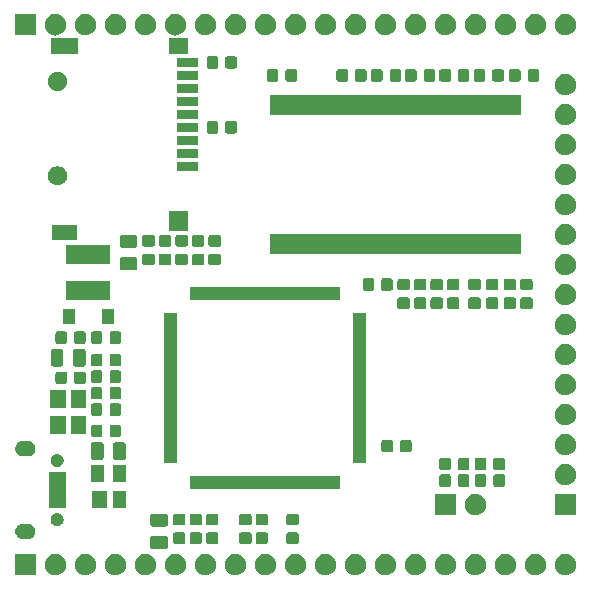
<source format=gbr>
G04 #@! TF.GenerationSoftware,KiCad,Pcbnew,(5.1.5)-3*
G04 #@! TF.CreationDate,2020-08-29T23:45:51+08:00*
G04 #@! TF.ProjectId,imx233-core,696d7832-3333-42d6-936f-72652e6b6963,rev?*
G04 #@! TF.SameCoordinates,Original*
G04 #@! TF.FileFunction,Soldermask,Top*
G04 #@! TF.FilePolarity,Negative*
%FSLAX46Y46*%
G04 Gerber Fmt 4.6, Leading zero omitted, Abs format (unit mm)*
G04 Created by KiCad (PCBNEW (5.1.5)-3) date 2020-08-29 23:45:51*
%MOMM*%
%LPD*%
G04 APERTURE LIST*
%ADD10C,0.100000*%
G04 APERTURE END LIST*
D10*
G36*
X119189512Y-130089927D02*
G01*
X119338812Y-130119624D01*
X119502784Y-130187544D01*
X119650354Y-130286147D01*
X119775853Y-130411646D01*
X119874456Y-130559216D01*
X119942376Y-130723188D01*
X119977000Y-130897259D01*
X119977000Y-131074741D01*
X119942376Y-131248812D01*
X119874456Y-131412784D01*
X119775853Y-131560354D01*
X119650354Y-131685853D01*
X119502784Y-131784456D01*
X119338812Y-131852376D01*
X119189512Y-131882073D01*
X119164742Y-131887000D01*
X118987258Y-131887000D01*
X118962488Y-131882073D01*
X118813188Y-131852376D01*
X118649216Y-131784456D01*
X118501646Y-131685853D01*
X118376147Y-131560354D01*
X118277544Y-131412784D01*
X118209624Y-131248812D01*
X118175000Y-131074741D01*
X118175000Y-130897259D01*
X118209624Y-130723188D01*
X118277544Y-130559216D01*
X118376147Y-130411646D01*
X118501646Y-130286147D01*
X118649216Y-130187544D01*
X118813188Y-130119624D01*
X118962488Y-130089927D01*
X118987258Y-130085000D01*
X119164742Y-130085000D01*
X119189512Y-130089927D01*
G37*
G36*
X96329512Y-130089927D02*
G01*
X96478812Y-130119624D01*
X96642784Y-130187544D01*
X96790354Y-130286147D01*
X96915853Y-130411646D01*
X97014456Y-130559216D01*
X97082376Y-130723188D01*
X97117000Y-130897259D01*
X97117000Y-131074741D01*
X97082376Y-131248812D01*
X97014456Y-131412784D01*
X96915853Y-131560354D01*
X96790354Y-131685853D01*
X96642784Y-131784456D01*
X96478812Y-131852376D01*
X96329512Y-131882073D01*
X96304742Y-131887000D01*
X96127258Y-131887000D01*
X96102488Y-131882073D01*
X95953188Y-131852376D01*
X95789216Y-131784456D01*
X95641646Y-131685853D01*
X95516147Y-131560354D01*
X95417544Y-131412784D01*
X95349624Y-131248812D01*
X95315000Y-131074741D01*
X95315000Y-130897259D01*
X95349624Y-130723188D01*
X95417544Y-130559216D01*
X95516147Y-130411646D01*
X95641646Y-130286147D01*
X95789216Y-130187544D01*
X95953188Y-130119624D01*
X96102488Y-130089927D01*
X96127258Y-130085000D01*
X96304742Y-130085000D01*
X96329512Y-130089927D01*
G37*
G36*
X88709512Y-130089927D02*
G01*
X88858812Y-130119624D01*
X89022784Y-130187544D01*
X89170354Y-130286147D01*
X89295853Y-130411646D01*
X89394456Y-130559216D01*
X89462376Y-130723188D01*
X89497000Y-130897259D01*
X89497000Y-131074741D01*
X89462376Y-131248812D01*
X89394456Y-131412784D01*
X89295853Y-131560354D01*
X89170354Y-131685853D01*
X89022784Y-131784456D01*
X88858812Y-131852376D01*
X88709512Y-131882073D01*
X88684742Y-131887000D01*
X88507258Y-131887000D01*
X88482488Y-131882073D01*
X88333188Y-131852376D01*
X88169216Y-131784456D01*
X88021646Y-131685853D01*
X87896147Y-131560354D01*
X87797544Y-131412784D01*
X87729624Y-131248812D01*
X87695000Y-131074741D01*
X87695000Y-130897259D01*
X87729624Y-130723188D01*
X87797544Y-130559216D01*
X87896147Y-130411646D01*
X88021646Y-130286147D01*
X88169216Y-130187544D01*
X88333188Y-130119624D01*
X88482488Y-130089927D01*
X88507258Y-130085000D01*
X88684742Y-130085000D01*
X88709512Y-130089927D01*
G37*
G36*
X86169512Y-130089927D02*
G01*
X86318812Y-130119624D01*
X86482784Y-130187544D01*
X86630354Y-130286147D01*
X86755853Y-130411646D01*
X86854456Y-130559216D01*
X86922376Y-130723188D01*
X86957000Y-130897259D01*
X86957000Y-131074741D01*
X86922376Y-131248812D01*
X86854456Y-131412784D01*
X86755853Y-131560354D01*
X86630354Y-131685853D01*
X86482784Y-131784456D01*
X86318812Y-131852376D01*
X86169512Y-131882073D01*
X86144742Y-131887000D01*
X85967258Y-131887000D01*
X85942488Y-131882073D01*
X85793188Y-131852376D01*
X85629216Y-131784456D01*
X85481646Y-131685853D01*
X85356147Y-131560354D01*
X85257544Y-131412784D01*
X85189624Y-131248812D01*
X85155000Y-131074741D01*
X85155000Y-130897259D01*
X85189624Y-130723188D01*
X85257544Y-130559216D01*
X85356147Y-130411646D01*
X85481646Y-130286147D01*
X85629216Y-130187544D01*
X85793188Y-130119624D01*
X85942488Y-130089927D01*
X85967258Y-130085000D01*
X86144742Y-130085000D01*
X86169512Y-130089927D01*
G37*
G36*
X83629512Y-130089927D02*
G01*
X83778812Y-130119624D01*
X83942784Y-130187544D01*
X84090354Y-130286147D01*
X84215853Y-130411646D01*
X84314456Y-130559216D01*
X84382376Y-130723188D01*
X84417000Y-130897259D01*
X84417000Y-131074741D01*
X84382376Y-131248812D01*
X84314456Y-131412784D01*
X84215853Y-131560354D01*
X84090354Y-131685853D01*
X83942784Y-131784456D01*
X83778812Y-131852376D01*
X83629512Y-131882073D01*
X83604742Y-131887000D01*
X83427258Y-131887000D01*
X83402488Y-131882073D01*
X83253188Y-131852376D01*
X83089216Y-131784456D01*
X82941646Y-131685853D01*
X82816147Y-131560354D01*
X82717544Y-131412784D01*
X82649624Y-131248812D01*
X82615000Y-131074741D01*
X82615000Y-130897259D01*
X82649624Y-130723188D01*
X82717544Y-130559216D01*
X82816147Y-130411646D01*
X82941646Y-130286147D01*
X83089216Y-130187544D01*
X83253188Y-130119624D01*
X83402488Y-130089927D01*
X83427258Y-130085000D01*
X83604742Y-130085000D01*
X83629512Y-130089927D01*
G37*
G36*
X81089512Y-130089927D02*
G01*
X81238812Y-130119624D01*
X81402784Y-130187544D01*
X81550354Y-130286147D01*
X81675853Y-130411646D01*
X81774456Y-130559216D01*
X81842376Y-130723188D01*
X81877000Y-130897259D01*
X81877000Y-131074741D01*
X81842376Y-131248812D01*
X81774456Y-131412784D01*
X81675853Y-131560354D01*
X81550354Y-131685853D01*
X81402784Y-131784456D01*
X81238812Y-131852376D01*
X81089512Y-131882073D01*
X81064742Y-131887000D01*
X80887258Y-131887000D01*
X80862488Y-131882073D01*
X80713188Y-131852376D01*
X80549216Y-131784456D01*
X80401646Y-131685853D01*
X80276147Y-131560354D01*
X80177544Y-131412784D01*
X80109624Y-131248812D01*
X80075000Y-131074741D01*
X80075000Y-130897259D01*
X80109624Y-130723188D01*
X80177544Y-130559216D01*
X80276147Y-130411646D01*
X80401646Y-130286147D01*
X80549216Y-130187544D01*
X80713188Y-130119624D01*
X80862488Y-130089927D01*
X80887258Y-130085000D01*
X81064742Y-130085000D01*
X81089512Y-130089927D01*
G37*
G36*
X78549512Y-130089927D02*
G01*
X78698812Y-130119624D01*
X78862784Y-130187544D01*
X79010354Y-130286147D01*
X79135853Y-130411646D01*
X79234456Y-130559216D01*
X79302376Y-130723188D01*
X79337000Y-130897259D01*
X79337000Y-131074741D01*
X79302376Y-131248812D01*
X79234456Y-131412784D01*
X79135853Y-131560354D01*
X79010354Y-131685853D01*
X78862784Y-131784456D01*
X78698812Y-131852376D01*
X78549512Y-131882073D01*
X78524742Y-131887000D01*
X78347258Y-131887000D01*
X78322488Y-131882073D01*
X78173188Y-131852376D01*
X78009216Y-131784456D01*
X77861646Y-131685853D01*
X77736147Y-131560354D01*
X77637544Y-131412784D01*
X77569624Y-131248812D01*
X77535000Y-131074741D01*
X77535000Y-130897259D01*
X77569624Y-130723188D01*
X77637544Y-130559216D01*
X77736147Y-130411646D01*
X77861646Y-130286147D01*
X78009216Y-130187544D01*
X78173188Y-130119624D01*
X78322488Y-130089927D01*
X78347258Y-130085000D01*
X78524742Y-130085000D01*
X78549512Y-130089927D01*
G37*
G36*
X76009512Y-130089927D02*
G01*
X76158812Y-130119624D01*
X76322784Y-130187544D01*
X76470354Y-130286147D01*
X76595853Y-130411646D01*
X76694456Y-130559216D01*
X76762376Y-130723188D01*
X76797000Y-130897259D01*
X76797000Y-131074741D01*
X76762376Y-131248812D01*
X76694456Y-131412784D01*
X76595853Y-131560354D01*
X76470354Y-131685853D01*
X76322784Y-131784456D01*
X76158812Y-131852376D01*
X76009512Y-131882073D01*
X75984742Y-131887000D01*
X75807258Y-131887000D01*
X75782488Y-131882073D01*
X75633188Y-131852376D01*
X75469216Y-131784456D01*
X75321646Y-131685853D01*
X75196147Y-131560354D01*
X75097544Y-131412784D01*
X75029624Y-131248812D01*
X74995000Y-131074741D01*
X74995000Y-130897259D01*
X75029624Y-130723188D01*
X75097544Y-130559216D01*
X75196147Y-130411646D01*
X75321646Y-130286147D01*
X75469216Y-130187544D01*
X75633188Y-130119624D01*
X75782488Y-130089927D01*
X75807258Y-130085000D01*
X75984742Y-130085000D01*
X76009512Y-130089927D01*
G37*
G36*
X74257000Y-131887000D02*
G01*
X72455000Y-131887000D01*
X72455000Y-130085000D01*
X74257000Y-130085000D01*
X74257000Y-131887000D01*
G37*
G36*
X91249512Y-130089927D02*
G01*
X91398812Y-130119624D01*
X91562784Y-130187544D01*
X91710354Y-130286147D01*
X91835853Y-130411646D01*
X91934456Y-130559216D01*
X92002376Y-130723188D01*
X92037000Y-130897259D01*
X92037000Y-131074741D01*
X92002376Y-131248812D01*
X91934456Y-131412784D01*
X91835853Y-131560354D01*
X91710354Y-131685853D01*
X91562784Y-131784456D01*
X91398812Y-131852376D01*
X91249512Y-131882073D01*
X91224742Y-131887000D01*
X91047258Y-131887000D01*
X91022488Y-131882073D01*
X90873188Y-131852376D01*
X90709216Y-131784456D01*
X90561646Y-131685853D01*
X90436147Y-131560354D01*
X90337544Y-131412784D01*
X90269624Y-131248812D01*
X90235000Y-131074741D01*
X90235000Y-130897259D01*
X90269624Y-130723188D01*
X90337544Y-130559216D01*
X90436147Y-130411646D01*
X90561646Y-130286147D01*
X90709216Y-130187544D01*
X90873188Y-130119624D01*
X91022488Y-130089927D01*
X91047258Y-130085000D01*
X91224742Y-130085000D01*
X91249512Y-130089927D01*
G37*
G36*
X98869512Y-130089927D02*
G01*
X99018812Y-130119624D01*
X99182784Y-130187544D01*
X99330354Y-130286147D01*
X99455853Y-130411646D01*
X99554456Y-130559216D01*
X99622376Y-130723188D01*
X99657000Y-130897259D01*
X99657000Y-131074741D01*
X99622376Y-131248812D01*
X99554456Y-131412784D01*
X99455853Y-131560354D01*
X99330354Y-131685853D01*
X99182784Y-131784456D01*
X99018812Y-131852376D01*
X98869512Y-131882073D01*
X98844742Y-131887000D01*
X98667258Y-131887000D01*
X98642488Y-131882073D01*
X98493188Y-131852376D01*
X98329216Y-131784456D01*
X98181646Y-131685853D01*
X98056147Y-131560354D01*
X97957544Y-131412784D01*
X97889624Y-131248812D01*
X97855000Y-131074741D01*
X97855000Y-130897259D01*
X97889624Y-130723188D01*
X97957544Y-130559216D01*
X98056147Y-130411646D01*
X98181646Y-130286147D01*
X98329216Y-130187544D01*
X98493188Y-130119624D01*
X98642488Y-130089927D01*
X98667258Y-130085000D01*
X98844742Y-130085000D01*
X98869512Y-130089927D01*
G37*
G36*
X101409512Y-130089927D02*
G01*
X101558812Y-130119624D01*
X101722784Y-130187544D01*
X101870354Y-130286147D01*
X101995853Y-130411646D01*
X102094456Y-130559216D01*
X102162376Y-130723188D01*
X102197000Y-130897259D01*
X102197000Y-131074741D01*
X102162376Y-131248812D01*
X102094456Y-131412784D01*
X101995853Y-131560354D01*
X101870354Y-131685853D01*
X101722784Y-131784456D01*
X101558812Y-131852376D01*
X101409512Y-131882073D01*
X101384742Y-131887000D01*
X101207258Y-131887000D01*
X101182488Y-131882073D01*
X101033188Y-131852376D01*
X100869216Y-131784456D01*
X100721646Y-131685853D01*
X100596147Y-131560354D01*
X100497544Y-131412784D01*
X100429624Y-131248812D01*
X100395000Y-131074741D01*
X100395000Y-130897259D01*
X100429624Y-130723188D01*
X100497544Y-130559216D01*
X100596147Y-130411646D01*
X100721646Y-130286147D01*
X100869216Y-130187544D01*
X101033188Y-130119624D01*
X101182488Y-130089927D01*
X101207258Y-130085000D01*
X101384742Y-130085000D01*
X101409512Y-130089927D01*
G37*
G36*
X103949512Y-130089927D02*
G01*
X104098812Y-130119624D01*
X104262784Y-130187544D01*
X104410354Y-130286147D01*
X104535853Y-130411646D01*
X104634456Y-130559216D01*
X104702376Y-130723188D01*
X104737000Y-130897259D01*
X104737000Y-131074741D01*
X104702376Y-131248812D01*
X104634456Y-131412784D01*
X104535853Y-131560354D01*
X104410354Y-131685853D01*
X104262784Y-131784456D01*
X104098812Y-131852376D01*
X103949512Y-131882073D01*
X103924742Y-131887000D01*
X103747258Y-131887000D01*
X103722488Y-131882073D01*
X103573188Y-131852376D01*
X103409216Y-131784456D01*
X103261646Y-131685853D01*
X103136147Y-131560354D01*
X103037544Y-131412784D01*
X102969624Y-131248812D01*
X102935000Y-131074741D01*
X102935000Y-130897259D01*
X102969624Y-130723188D01*
X103037544Y-130559216D01*
X103136147Y-130411646D01*
X103261646Y-130286147D01*
X103409216Y-130187544D01*
X103573188Y-130119624D01*
X103722488Y-130089927D01*
X103747258Y-130085000D01*
X103924742Y-130085000D01*
X103949512Y-130089927D01*
G37*
G36*
X106489512Y-130089927D02*
G01*
X106638812Y-130119624D01*
X106802784Y-130187544D01*
X106950354Y-130286147D01*
X107075853Y-130411646D01*
X107174456Y-130559216D01*
X107242376Y-130723188D01*
X107277000Y-130897259D01*
X107277000Y-131074741D01*
X107242376Y-131248812D01*
X107174456Y-131412784D01*
X107075853Y-131560354D01*
X106950354Y-131685853D01*
X106802784Y-131784456D01*
X106638812Y-131852376D01*
X106489512Y-131882073D01*
X106464742Y-131887000D01*
X106287258Y-131887000D01*
X106262488Y-131882073D01*
X106113188Y-131852376D01*
X105949216Y-131784456D01*
X105801646Y-131685853D01*
X105676147Y-131560354D01*
X105577544Y-131412784D01*
X105509624Y-131248812D01*
X105475000Y-131074741D01*
X105475000Y-130897259D01*
X105509624Y-130723188D01*
X105577544Y-130559216D01*
X105676147Y-130411646D01*
X105801646Y-130286147D01*
X105949216Y-130187544D01*
X106113188Y-130119624D01*
X106262488Y-130089927D01*
X106287258Y-130085000D01*
X106464742Y-130085000D01*
X106489512Y-130089927D01*
G37*
G36*
X109029512Y-130089927D02*
G01*
X109178812Y-130119624D01*
X109342784Y-130187544D01*
X109490354Y-130286147D01*
X109615853Y-130411646D01*
X109714456Y-130559216D01*
X109782376Y-130723188D01*
X109817000Y-130897259D01*
X109817000Y-131074741D01*
X109782376Y-131248812D01*
X109714456Y-131412784D01*
X109615853Y-131560354D01*
X109490354Y-131685853D01*
X109342784Y-131784456D01*
X109178812Y-131852376D01*
X109029512Y-131882073D01*
X109004742Y-131887000D01*
X108827258Y-131887000D01*
X108802488Y-131882073D01*
X108653188Y-131852376D01*
X108489216Y-131784456D01*
X108341646Y-131685853D01*
X108216147Y-131560354D01*
X108117544Y-131412784D01*
X108049624Y-131248812D01*
X108015000Y-131074741D01*
X108015000Y-130897259D01*
X108049624Y-130723188D01*
X108117544Y-130559216D01*
X108216147Y-130411646D01*
X108341646Y-130286147D01*
X108489216Y-130187544D01*
X108653188Y-130119624D01*
X108802488Y-130089927D01*
X108827258Y-130085000D01*
X109004742Y-130085000D01*
X109029512Y-130089927D01*
G37*
G36*
X111569512Y-130089927D02*
G01*
X111718812Y-130119624D01*
X111882784Y-130187544D01*
X112030354Y-130286147D01*
X112155853Y-130411646D01*
X112254456Y-130559216D01*
X112322376Y-130723188D01*
X112357000Y-130897259D01*
X112357000Y-131074741D01*
X112322376Y-131248812D01*
X112254456Y-131412784D01*
X112155853Y-131560354D01*
X112030354Y-131685853D01*
X111882784Y-131784456D01*
X111718812Y-131852376D01*
X111569512Y-131882073D01*
X111544742Y-131887000D01*
X111367258Y-131887000D01*
X111342488Y-131882073D01*
X111193188Y-131852376D01*
X111029216Y-131784456D01*
X110881646Y-131685853D01*
X110756147Y-131560354D01*
X110657544Y-131412784D01*
X110589624Y-131248812D01*
X110555000Y-131074741D01*
X110555000Y-130897259D01*
X110589624Y-130723188D01*
X110657544Y-130559216D01*
X110756147Y-130411646D01*
X110881646Y-130286147D01*
X111029216Y-130187544D01*
X111193188Y-130119624D01*
X111342488Y-130089927D01*
X111367258Y-130085000D01*
X111544742Y-130085000D01*
X111569512Y-130089927D01*
G37*
G36*
X114109512Y-130089927D02*
G01*
X114258812Y-130119624D01*
X114422784Y-130187544D01*
X114570354Y-130286147D01*
X114695853Y-130411646D01*
X114794456Y-130559216D01*
X114862376Y-130723188D01*
X114897000Y-130897259D01*
X114897000Y-131074741D01*
X114862376Y-131248812D01*
X114794456Y-131412784D01*
X114695853Y-131560354D01*
X114570354Y-131685853D01*
X114422784Y-131784456D01*
X114258812Y-131852376D01*
X114109512Y-131882073D01*
X114084742Y-131887000D01*
X113907258Y-131887000D01*
X113882488Y-131882073D01*
X113733188Y-131852376D01*
X113569216Y-131784456D01*
X113421646Y-131685853D01*
X113296147Y-131560354D01*
X113197544Y-131412784D01*
X113129624Y-131248812D01*
X113095000Y-131074741D01*
X113095000Y-130897259D01*
X113129624Y-130723188D01*
X113197544Y-130559216D01*
X113296147Y-130411646D01*
X113421646Y-130286147D01*
X113569216Y-130187544D01*
X113733188Y-130119624D01*
X113882488Y-130089927D01*
X113907258Y-130085000D01*
X114084742Y-130085000D01*
X114109512Y-130089927D01*
G37*
G36*
X116649512Y-130089927D02*
G01*
X116798812Y-130119624D01*
X116962784Y-130187544D01*
X117110354Y-130286147D01*
X117235853Y-130411646D01*
X117334456Y-130559216D01*
X117402376Y-130723188D01*
X117437000Y-130897259D01*
X117437000Y-131074741D01*
X117402376Y-131248812D01*
X117334456Y-131412784D01*
X117235853Y-131560354D01*
X117110354Y-131685853D01*
X116962784Y-131784456D01*
X116798812Y-131852376D01*
X116649512Y-131882073D01*
X116624742Y-131887000D01*
X116447258Y-131887000D01*
X116422488Y-131882073D01*
X116273188Y-131852376D01*
X116109216Y-131784456D01*
X115961646Y-131685853D01*
X115836147Y-131560354D01*
X115737544Y-131412784D01*
X115669624Y-131248812D01*
X115635000Y-131074741D01*
X115635000Y-130897259D01*
X115669624Y-130723188D01*
X115737544Y-130559216D01*
X115836147Y-130411646D01*
X115961646Y-130286147D01*
X116109216Y-130187544D01*
X116273188Y-130119624D01*
X116422488Y-130089927D01*
X116447258Y-130085000D01*
X116624742Y-130085000D01*
X116649512Y-130089927D01*
G37*
G36*
X93789512Y-130089927D02*
G01*
X93938812Y-130119624D01*
X94102784Y-130187544D01*
X94250354Y-130286147D01*
X94375853Y-130411646D01*
X94474456Y-130559216D01*
X94542376Y-130723188D01*
X94577000Y-130897259D01*
X94577000Y-131074741D01*
X94542376Y-131248812D01*
X94474456Y-131412784D01*
X94375853Y-131560354D01*
X94250354Y-131685853D01*
X94102784Y-131784456D01*
X93938812Y-131852376D01*
X93789512Y-131882073D01*
X93764742Y-131887000D01*
X93587258Y-131887000D01*
X93562488Y-131882073D01*
X93413188Y-131852376D01*
X93249216Y-131784456D01*
X93101646Y-131685853D01*
X92976147Y-131560354D01*
X92877544Y-131412784D01*
X92809624Y-131248812D01*
X92775000Y-131074741D01*
X92775000Y-130897259D01*
X92809624Y-130723188D01*
X92877544Y-130559216D01*
X92976147Y-130411646D01*
X93101646Y-130286147D01*
X93249216Y-130187544D01*
X93413188Y-130119624D01*
X93562488Y-130089927D01*
X93587258Y-130085000D01*
X93764742Y-130085000D01*
X93789512Y-130089927D01*
G37*
G36*
X85270468Y-128559565D02*
G01*
X85309138Y-128571296D01*
X85344777Y-128590346D01*
X85376017Y-128615983D01*
X85401654Y-128647223D01*
X85420704Y-128682862D01*
X85432435Y-128721532D01*
X85437000Y-128767888D01*
X85437000Y-129419112D01*
X85432435Y-129465468D01*
X85420704Y-129504138D01*
X85401654Y-129539777D01*
X85376017Y-129571017D01*
X85344777Y-129596654D01*
X85309138Y-129615704D01*
X85270468Y-129627435D01*
X85224112Y-129632000D01*
X84147888Y-129632000D01*
X84101532Y-129627435D01*
X84062862Y-129615704D01*
X84027223Y-129596654D01*
X83995983Y-129571017D01*
X83970346Y-129539777D01*
X83951296Y-129504138D01*
X83939565Y-129465468D01*
X83935000Y-129419112D01*
X83935000Y-128767888D01*
X83939565Y-128721532D01*
X83951296Y-128682862D01*
X83970346Y-128647223D01*
X83995983Y-128615983D01*
X84027223Y-128590346D01*
X84062862Y-128571296D01*
X84101532Y-128559565D01*
X84147888Y-128555000D01*
X85224112Y-128555000D01*
X85270468Y-128559565D01*
G37*
G36*
X89565591Y-128259085D02*
G01*
X89599569Y-128269393D01*
X89630890Y-128286134D01*
X89658339Y-128308661D01*
X89680866Y-128336110D01*
X89697607Y-128367431D01*
X89707915Y-128401409D01*
X89712000Y-128442890D01*
X89712000Y-129044110D01*
X89707915Y-129085591D01*
X89697607Y-129119569D01*
X89680866Y-129150890D01*
X89658339Y-129178339D01*
X89630890Y-129200866D01*
X89599569Y-129217607D01*
X89565591Y-129227915D01*
X89524110Y-129232000D01*
X88847890Y-129232000D01*
X88806409Y-129227915D01*
X88772431Y-129217607D01*
X88741110Y-129200866D01*
X88713661Y-129178339D01*
X88691134Y-129150890D01*
X88674393Y-129119569D01*
X88664085Y-129085591D01*
X88660000Y-129044110D01*
X88660000Y-128442890D01*
X88664085Y-128401409D01*
X88674393Y-128367431D01*
X88691134Y-128336110D01*
X88713661Y-128308661D01*
X88741110Y-128286134D01*
X88772431Y-128269393D01*
X88806409Y-128259085D01*
X88847890Y-128255000D01*
X89524110Y-128255000D01*
X89565591Y-128259085D01*
G37*
G36*
X96365591Y-128259085D02*
G01*
X96399569Y-128269393D01*
X96430890Y-128286134D01*
X96458339Y-128308661D01*
X96480866Y-128336110D01*
X96497607Y-128367431D01*
X96507915Y-128401409D01*
X96512000Y-128442890D01*
X96512000Y-129044110D01*
X96507915Y-129085591D01*
X96497607Y-129119569D01*
X96480866Y-129150890D01*
X96458339Y-129178339D01*
X96430890Y-129200866D01*
X96399569Y-129217607D01*
X96365591Y-129227915D01*
X96324110Y-129232000D01*
X95647890Y-129232000D01*
X95606409Y-129227915D01*
X95572431Y-129217607D01*
X95541110Y-129200866D01*
X95513661Y-129178339D01*
X95491134Y-129150890D01*
X95474393Y-129119569D01*
X95464085Y-129085591D01*
X95460000Y-129044110D01*
X95460000Y-128442890D01*
X95464085Y-128401409D01*
X95474393Y-128367431D01*
X95491134Y-128336110D01*
X95513661Y-128308661D01*
X95541110Y-128286134D01*
X95572431Y-128269393D01*
X95606409Y-128259085D01*
X95647890Y-128255000D01*
X96324110Y-128255000D01*
X96365591Y-128259085D01*
G37*
G36*
X86765591Y-128259085D02*
G01*
X86799569Y-128269393D01*
X86830890Y-128286134D01*
X86858339Y-128308661D01*
X86880866Y-128336110D01*
X86897607Y-128367431D01*
X86907915Y-128401409D01*
X86912000Y-128442890D01*
X86912000Y-129044110D01*
X86907915Y-129085591D01*
X86897607Y-129119569D01*
X86880866Y-129150890D01*
X86858339Y-129178339D01*
X86830890Y-129200866D01*
X86799569Y-129217607D01*
X86765591Y-129227915D01*
X86724110Y-129232000D01*
X86047890Y-129232000D01*
X86006409Y-129227915D01*
X85972431Y-129217607D01*
X85941110Y-129200866D01*
X85913661Y-129178339D01*
X85891134Y-129150890D01*
X85874393Y-129119569D01*
X85864085Y-129085591D01*
X85860000Y-129044110D01*
X85860000Y-128442890D01*
X85864085Y-128401409D01*
X85874393Y-128367431D01*
X85891134Y-128336110D01*
X85913661Y-128308661D01*
X85941110Y-128286134D01*
X85972431Y-128269393D01*
X86006409Y-128259085D01*
X86047890Y-128255000D01*
X86724110Y-128255000D01*
X86765591Y-128259085D01*
G37*
G36*
X93765591Y-128259085D02*
G01*
X93799569Y-128269393D01*
X93830890Y-128286134D01*
X93858339Y-128308661D01*
X93880866Y-128336110D01*
X93897607Y-128367431D01*
X93907915Y-128401409D01*
X93912000Y-128442890D01*
X93912000Y-129044110D01*
X93907915Y-129085591D01*
X93897607Y-129119569D01*
X93880866Y-129150890D01*
X93858339Y-129178339D01*
X93830890Y-129200866D01*
X93799569Y-129217607D01*
X93765591Y-129227915D01*
X93724110Y-129232000D01*
X93047890Y-129232000D01*
X93006409Y-129227915D01*
X92972431Y-129217607D01*
X92941110Y-129200866D01*
X92913661Y-129178339D01*
X92891134Y-129150890D01*
X92874393Y-129119569D01*
X92864085Y-129085591D01*
X92860000Y-129044110D01*
X92860000Y-128442890D01*
X92864085Y-128401409D01*
X92874393Y-128367431D01*
X92891134Y-128336110D01*
X92913661Y-128308661D01*
X92941110Y-128286134D01*
X92972431Y-128269393D01*
X93006409Y-128259085D01*
X93047890Y-128255000D01*
X93724110Y-128255000D01*
X93765591Y-128259085D01*
G37*
G36*
X88165591Y-128259085D02*
G01*
X88199569Y-128269393D01*
X88230890Y-128286134D01*
X88258339Y-128308661D01*
X88280866Y-128336110D01*
X88297607Y-128367431D01*
X88307915Y-128401409D01*
X88312000Y-128442890D01*
X88312000Y-129044110D01*
X88307915Y-129085591D01*
X88297607Y-129119569D01*
X88280866Y-129150890D01*
X88258339Y-129178339D01*
X88230890Y-129200866D01*
X88199569Y-129217607D01*
X88165591Y-129227915D01*
X88124110Y-129232000D01*
X87447890Y-129232000D01*
X87406409Y-129227915D01*
X87372431Y-129217607D01*
X87341110Y-129200866D01*
X87313661Y-129178339D01*
X87291134Y-129150890D01*
X87274393Y-129119569D01*
X87264085Y-129085591D01*
X87260000Y-129044110D01*
X87260000Y-128442890D01*
X87264085Y-128401409D01*
X87274393Y-128367431D01*
X87291134Y-128336110D01*
X87313661Y-128308661D01*
X87341110Y-128286134D01*
X87372431Y-128269393D01*
X87406409Y-128259085D01*
X87447890Y-128255000D01*
X88124110Y-128255000D01*
X88165591Y-128259085D01*
G37*
G36*
X92365591Y-128259085D02*
G01*
X92399569Y-128269393D01*
X92430890Y-128286134D01*
X92458339Y-128308661D01*
X92480866Y-128336110D01*
X92497607Y-128367431D01*
X92507915Y-128401409D01*
X92512000Y-128442890D01*
X92512000Y-129044110D01*
X92507915Y-129085591D01*
X92497607Y-129119569D01*
X92480866Y-129150890D01*
X92458339Y-129178339D01*
X92430890Y-129200866D01*
X92399569Y-129217607D01*
X92365591Y-129227915D01*
X92324110Y-129232000D01*
X91647890Y-129232000D01*
X91606409Y-129227915D01*
X91572431Y-129217607D01*
X91541110Y-129200866D01*
X91513661Y-129178339D01*
X91491134Y-129150890D01*
X91474393Y-129119569D01*
X91464085Y-129085591D01*
X91460000Y-129044110D01*
X91460000Y-128442890D01*
X91464085Y-128401409D01*
X91474393Y-128367431D01*
X91491134Y-128336110D01*
X91513661Y-128308661D01*
X91541110Y-128286134D01*
X91572431Y-128269393D01*
X91606409Y-128259085D01*
X91647890Y-128255000D01*
X92324110Y-128255000D01*
X92365591Y-128259085D01*
G37*
G36*
X73610737Y-127505500D02*
G01*
X73683638Y-127512680D01*
X73774424Y-127540220D01*
X73806356Y-127549906D01*
X73919445Y-127610354D01*
X74018574Y-127691706D01*
X74099926Y-127790835D01*
X74160374Y-127903924D01*
X74160375Y-127903928D01*
X74197600Y-128026642D01*
X74210169Y-128154260D01*
X74197600Y-128281878D01*
X74193266Y-128296164D01*
X74160374Y-128404596D01*
X74099926Y-128517685D01*
X74018574Y-128616814D01*
X73919445Y-128698166D01*
X73806356Y-128758614D01*
X73775783Y-128767888D01*
X73683638Y-128795840D01*
X73619875Y-128802120D01*
X73587994Y-128805260D01*
X73124046Y-128805260D01*
X73092165Y-128802120D01*
X73028402Y-128795840D01*
X72936257Y-128767888D01*
X72905684Y-128758614D01*
X72792595Y-128698166D01*
X72693466Y-128616814D01*
X72612114Y-128517685D01*
X72551666Y-128404596D01*
X72518774Y-128296164D01*
X72514440Y-128281878D01*
X72501871Y-128154260D01*
X72514440Y-128026642D01*
X72551665Y-127903928D01*
X72551666Y-127903924D01*
X72612114Y-127790835D01*
X72693466Y-127691706D01*
X72792595Y-127610354D01*
X72905684Y-127549906D01*
X72937616Y-127540220D01*
X73028402Y-127512680D01*
X73101303Y-127505500D01*
X73124046Y-127503260D01*
X73587994Y-127503260D01*
X73610737Y-127505500D01*
G37*
G36*
X85270468Y-126684565D02*
G01*
X85309138Y-126696296D01*
X85344777Y-126715346D01*
X85376017Y-126740983D01*
X85401654Y-126772223D01*
X85420704Y-126807862D01*
X85432435Y-126846532D01*
X85437000Y-126892888D01*
X85437000Y-127544112D01*
X85432435Y-127590468D01*
X85420704Y-127629138D01*
X85401654Y-127664777D01*
X85376017Y-127696017D01*
X85344777Y-127721654D01*
X85309138Y-127740704D01*
X85270468Y-127752435D01*
X85224112Y-127757000D01*
X84147888Y-127757000D01*
X84101532Y-127752435D01*
X84062862Y-127740704D01*
X84027223Y-127721654D01*
X83995983Y-127696017D01*
X83970346Y-127664777D01*
X83951296Y-127629138D01*
X83939565Y-127590468D01*
X83935000Y-127544112D01*
X83935000Y-126892888D01*
X83939565Y-126846532D01*
X83951296Y-126807862D01*
X83970346Y-126772223D01*
X83995983Y-126740983D01*
X84027223Y-126715346D01*
X84062862Y-126696296D01*
X84101532Y-126684565D01*
X84147888Y-126680000D01*
X85224112Y-126680000D01*
X85270468Y-126684565D01*
G37*
G36*
X76216741Y-126624434D02*
G01*
X76317015Y-126665969D01*
X76317016Y-126665970D01*
X76407262Y-126726270D01*
X76484010Y-126803018D01*
X76499639Y-126826409D01*
X76544311Y-126893265D01*
X76585846Y-126993539D01*
X76607020Y-127099990D01*
X76607020Y-127208530D01*
X76585846Y-127314981D01*
X76544311Y-127415255D01*
X76544310Y-127415256D01*
X76484010Y-127505502D01*
X76407262Y-127582250D01*
X76394484Y-127590788D01*
X76317015Y-127642551D01*
X76216741Y-127684086D01*
X76110290Y-127705260D01*
X76001750Y-127705260D01*
X75895299Y-127684086D01*
X75795025Y-127642551D01*
X75717556Y-127590788D01*
X75704778Y-127582250D01*
X75628030Y-127505502D01*
X75567730Y-127415256D01*
X75567729Y-127415255D01*
X75526194Y-127314981D01*
X75505020Y-127208530D01*
X75505020Y-127099990D01*
X75526194Y-126993539D01*
X75567729Y-126893265D01*
X75612401Y-126826409D01*
X75628030Y-126803018D01*
X75704778Y-126726270D01*
X75795024Y-126665970D01*
X75795025Y-126665969D01*
X75895299Y-126624434D01*
X76001750Y-126603260D01*
X76110290Y-126603260D01*
X76216741Y-126624434D01*
G37*
G36*
X92365591Y-126684085D02*
G01*
X92399569Y-126694393D01*
X92430890Y-126711134D01*
X92458339Y-126733661D01*
X92480866Y-126761110D01*
X92497607Y-126792431D01*
X92507915Y-126826409D01*
X92512000Y-126867890D01*
X92512000Y-127469110D01*
X92507915Y-127510591D01*
X92497607Y-127544569D01*
X92480866Y-127575890D01*
X92458339Y-127603339D01*
X92430890Y-127625866D01*
X92399569Y-127642607D01*
X92365591Y-127652915D01*
X92324110Y-127657000D01*
X91647890Y-127657000D01*
X91606409Y-127652915D01*
X91572431Y-127642607D01*
X91541110Y-127625866D01*
X91513661Y-127603339D01*
X91491134Y-127575890D01*
X91474393Y-127544569D01*
X91464085Y-127510591D01*
X91460000Y-127469110D01*
X91460000Y-126867890D01*
X91464085Y-126826409D01*
X91474393Y-126792431D01*
X91491134Y-126761110D01*
X91513661Y-126733661D01*
X91541110Y-126711134D01*
X91572431Y-126694393D01*
X91606409Y-126684085D01*
X91647890Y-126680000D01*
X92324110Y-126680000D01*
X92365591Y-126684085D01*
G37*
G36*
X96365591Y-126684085D02*
G01*
X96399569Y-126694393D01*
X96430890Y-126711134D01*
X96458339Y-126733661D01*
X96480866Y-126761110D01*
X96497607Y-126792431D01*
X96507915Y-126826409D01*
X96512000Y-126867890D01*
X96512000Y-127469110D01*
X96507915Y-127510591D01*
X96497607Y-127544569D01*
X96480866Y-127575890D01*
X96458339Y-127603339D01*
X96430890Y-127625866D01*
X96399569Y-127642607D01*
X96365591Y-127652915D01*
X96324110Y-127657000D01*
X95647890Y-127657000D01*
X95606409Y-127652915D01*
X95572431Y-127642607D01*
X95541110Y-127625866D01*
X95513661Y-127603339D01*
X95491134Y-127575890D01*
X95474393Y-127544569D01*
X95464085Y-127510591D01*
X95460000Y-127469110D01*
X95460000Y-126867890D01*
X95464085Y-126826409D01*
X95474393Y-126792431D01*
X95491134Y-126761110D01*
X95513661Y-126733661D01*
X95541110Y-126711134D01*
X95572431Y-126694393D01*
X95606409Y-126684085D01*
X95647890Y-126680000D01*
X96324110Y-126680000D01*
X96365591Y-126684085D01*
G37*
G36*
X86765591Y-126684085D02*
G01*
X86799569Y-126694393D01*
X86830890Y-126711134D01*
X86858339Y-126733661D01*
X86880866Y-126761110D01*
X86897607Y-126792431D01*
X86907915Y-126826409D01*
X86912000Y-126867890D01*
X86912000Y-127469110D01*
X86907915Y-127510591D01*
X86897607Y-127544569D01*
X86880866Y-127575890D01*
X86858339Y-127603339D01*
X86830890Y-127625866D01*
X86799569Y-127642607D01*
X86765591Y-127652915D01*
X86724110Y-127657000D01*
X86047890Y-127657000D01*
X86006409Y-127652915D01*
X85972431Y-127642607D01*
X85941110Y-127625866D01*
X85913661Y-127603339D01*
X85891134Y-127575890D01*
X85874393Y-127544569D01*
X85864085Y-127510591D01*
X85860000Y-127469110D01*
X85860000Y-126867890D01*
X85864085Y-126826409D01*
X85874393Y-126792431D01*
X85891134Y-126761110D01*
X85913661Y-126733661D01*
X85941110Y-126711134D01*
X85972431Y-126694393D01*
X86006409Y-126684085D01*
X86047890Y-126680000D01*
X86724110Y-126680000D01*
X86765591Y-126684085D01*
G37*
G36*
X93765591Y-126684085D02*
G01*
X93799569Y-126694393D01*
X93830890Y-126711134D01*
X93858339Y-126733661D01*
X93880866Y-126761110D01*
X93897607Y-126792431D01*
X93907915Y-126826409D01*
X93912000Y-126867890D01*
X93912000Y-127469110D01*
X93907915Y-127510591D01*
X93897607Y-127544569D01*
X93880866Y-127575890D01*
X93858339Y-127603339D01*
X93830890Y-127625866D01*
X93799569Y-127642607D01*
X93765591Y-127652915D01*
X93724110Y-127657000D01*
X93047890Y-127657000D01*
X93006409Y-127652915D01*
X92972431Y-127642607D01*
X92941110Y-127625866D01*
X92913661Y-127603339D01*
X92891134Y-127575890D01*
X92874393Y-127544569D01*
X92864085Y-127510591D01*
X92860000Y-127469110D01*
X92860000Y-126867890D01*
X92864085Y-126826409D01*
X92874393Y-126792431D01*
X92891134Y-126761110D01*
X92913661Y-126733661D01*
X92941110Y-126711134D01*
X92972431Y-126694393D01*
X93006409Y-126684085D01*
X93047890Y-126680000D01*
X93724110Y-126680000D01*
X93765591Y-126684085D01*
G37*
G36*
X88165591Y-126684085D02*
G01*
X88199569Y-126694393D01*
X88230890Y-126711134D01*
X88258339Y-126733661D01*
X88280866Y-126761110D01*
X88297607Y-126792431D01*
X88307915Y-126826409D01*
X88312000Y-126867890D01*
X88312000Y-127469110D01*
X88307915Y-127510591D01*
X88297607Y-127544569D01*
X88280866Y-127575890D01*
X88258339Y-127603339D01*
X88230890Y-127625866D01*
X88199569Y-127642607D01*
X88165591Y-127652915D01*
X88124110Y-127657000D01*
X87447890Y-127657000D01*
X87406409Y-127652915D01*
X87372431Y-127642607D01*
X87341110Y-127625866D01*
X87313661Y-127603339D01*
X87291134Y-127575890D01*
X87274393Y-127544569D01*
X87264085Y-127510591D01*
X87260000Y-127469110D01*
X87260000Y-126867890D01*
X87264085Y-126826409D01*
X87274393Y-126792431D01*
X87291134Y-126761110D01*
X87313661Y-126733661D01*
X87341110Y-126711134D01*
X87372431Y-126694393D01*
X87406409Y-126684085D01*
X87447890Y-126680000D01*
X88124110Y-126680000D01*
X88165591Y-126684085D01*
G37*
G36*
X89565591Y-126684085D02*
G01*
X89599569Y-126694393D01*
X89630890Y-126711134D01*
X89658339Y-126733661D01*
X89680866Y-126761110D01*
X89697607Y-126792431D01*
X89707915Y-126826409D01*
X89712000Y-126867890D01*
X89712000Y-127469110D01*
X89707915Y-127510591D01*
X89697607Y-127544569D01*
X89680866Y-127575890D01*
X89658339Y-127603339D01*
X89630890Y-127625866D01*
X89599569Y-127642607D01*
X89565591Y-127652915D01*
X89524110Y-127657000D01*
X88847890Y-127657000D01*
X88806409Y-127652915D01*
X88772431Y-127642607D01*
X88741110Y-127625866D01*
X88713661Y-127603339D01*
X88691134Y-127575890D01*
X88674393Y-127544569D01*
X88664085Y-127510591D01*
X88660000Y-127469110D01*
X88660000Y-126867890D01*
X88664085Y-126826409D01*
X88674393Y-126792431D01*
X88691134Y-126761110D01*
X88713661Y-126733661D01*
X88741110Y-126711134D01*
X88772431Y-126694393D01*
X88806409Y-126684085D01*
X88847890Y-126680000D01*
X89524110Y-126680000D01*
X89565591Y-126684085D01*
G37*
G36*
X119977000Y-126807000D02*
G01*
X118175000Y-126807000D01*
X118175000Y-125005000D01*
X119977000Y-125005000D01*
X119977000Y-126807000D01*
G37*
G36*
X111569512Y-125009927D02*
G01*
X111718812Y-125039624D01*
X111882784Y-125107544D01*
X112030354Y-125206147D01*
X112155853Y-125331646D01*
X112254456Y-125479216D01*
X112322376Y-125643188D01*
X112357000Y-125817259D01*
X112357000Y-125994741D01*
X112322376Y-126168812D01*
X112254456Y-126332784D01*
X112155853Y-126480354D01*
X112030354Y-126605853D01*
X111882784Y-126704456D01*
X111718812Y-126772376D01*
X111569512Y-126802073D01*
X111544742Y-126807000D01*
X111367258Y-126807000D01*
X111342488Y-126802073D01*
X111193188Y-126772376D01*
X111029216Y-126704456D01*
X110881646Y-126605853D01*
X110756147Y-126480354D01*
X110657544Y-126332784D01*
X110589624Y-126168812D01*
X110555000Y-125994741D01*
X110555000Y-125817259D01*
X110589624Y-125643188D01*
X110657544Y-125479216D01*
X110756147Y-125331646D01*
X110881646Y-125206147D01*
X111029216Y-125107544D01*
X111193188Y-125039624D01*
X111342488Y-125009927D01*
X111367258Y-125005000D01*
X111544742Y-125005000D01*
X111569512Y-125009927D01*
G37*
G36*
X109817000Y-126807000D02*
G01*
X108015000Y-126807000D01*
X108015000Y-125005000D01*
X109817000Y-125005000D01*
X109817000Y-126807000D01*
G37*
G36*
X81915620Y-126207420D02*
G01*
X80813620Y-126207420D01*
X80813620Y-124705420D01*
X81915620Y-124705420D01*
X81915620Y-126207420D01*
G37*
G36*
X80295620Y-126207420D02*
G01*
X78993620Y-126207420D01*
X78993620Y-124705420D01*
X80295620Y-124705420D01*
X80295620Y-126207420D01*
G37*
G36*
X76782020Y-126205260D02*
G01*
X75330020Y-126205260D01*
X75330020Y-123103260D01*
X76782020Y-123103260D01*
X76782020Y-126205260D01*
G37*
G36*
X100034600Y-124552540D02*
G01*
X87312600Y-124552540D01*
X87312600Y-123450540D01*
X100034600Y-123450540D01*
X100034600Y-124552540D01*
G37*
G36*
X112240591Y-123334085D02*
G01*
X112274569Y-123344393D01*
X112305890Y-123361134D01*
X112333339Y-123383661D01*
X112355866Y-123411110D01*
X112372607Y-123442431D01*
X112382915Y-123476409D01*
X112387000Y-123517890D01*
X112387000Y-124194110D01*
X112382915Y-124235591D01*
X112372607Y-124269569D01*
X112355866Y-124300890D01*
X112333339Y-124328339D01*
X112305890Y-124350866D01*
X112274569Y-124367607D01*
X112240591Y-124377915D01*
X112199110Y-124382000D01*
X111597890Y-124382000D01*
X111556409Y-124377915D01*
X111522431Y-124367607D01*
X111491110Y-124350866D01*
X111463661Y-124328339D01*
X111441134Y-124300890D01*
X111424393Y-124269569D01*
X111414085Y-124235591D01*
X111410000Y-124194110D01*
X111410000Y-123517890D01*
X111414085Y-123476409D01*
X111424393Y-123442431D01*
X111441134Y-123411110D01*
X111463661Y-123383661D01*
X111491110Y-123361134D01*
X111522431Y-123344393D01*
X111556409Y-123334085D01*
X111597890Y-123330000D01*
X112199110Y-123330000D01*
X112240591Y-123334085D01*
G37*
G36*
X113815591Y-123334085D02*
G01*
X113849569Y-123344393D01*
X113880890Y-123361134D01*
X113908339Y-123383661D01*
X113930866Y-123411110D01*
X113947607Y-123442431D01*
X113957915Y-123476409D01*
X113962000Y-123517890D01*
X113962000Y-124194110D01*
X113957915Y-124235591D01*
X113947607Y-124269569D01*
X113930866Y-124300890D01*
X113908339Y-124328339D01*
X113880890Y-124350866D01*
X113849569Y-124367607D01*
X113815591Y-124377915D01*
X113774110Y-124382000D01*
X113172890Y-124382000D01*
X113131409Y-124377915D01*
X113097431Y-124367607D01*
X113066110Y-124350866D01*
X113038661Y-124328339D01*
X113016134Y-124300890D01*
X112999393Y-124269569D01*
X112989085Y-124235591D01*
X112985000Y-124194110D01*
X112985000Y-123517890D01*
X112989085Y-123476409D01*
X112999393Y-123442431D01*
X113016134Y-123411110D01*
X113038661Y-123383661D01*
X113066110Y-123361134D01*
X113097431Y-123344393D01*
X113131409Y-123334085D01*
X113172890Y-123330000D01*
X113774110Y-123330000D01*
X113815591Y-123334085D01*
G37*
G36*
X109240591Y-123334085D02*
G01*
X109274569Y-123344393D01*
X109305890Y-123361134D01*
X109333339Y-123383661D01*
X109355866Y-123411110D01*
X109372607Y-123442431D01*
X109382915Y-123476409D01*
X109387000Y-123517890D01*
X109387000Y-124194110D01*
X109382915Y-124235591D01*
X109372607Y-124269569D01*
X109355866Y-124300890D01*
X109333339Y-124328339D01*
X109305890Y-124350866D01*
X109274569Y-124367607D01*
X109240591Y-124377915D01*
X109199110Y-124382000D01*
X108597890Y-124382000D01*
X108556409Y-124377915D01*
X108522431Y-124367607D01*
X108491110Y-124350866D01*
X108463661Y-124328339D01*
X108441134Y-124300890D01*
X108424393Y-124269569D01*
X108414085Y-124235591D01*
X108410000Y-124194110D01*
X108410000Y-123517890D01*
X108414085Y-123476409D01*
X108424393Y-123442431D01*
X108441134Y-123411110D01*
X108463661Y-123383661D01*
X108491110Y-123361134D01*
X108522431Y-123344393D01*
X108556409Y-123334085D01*
X108597890Y-123330000D01*
X109199110Y-123330000D01*
X109240591Y-123334085D01*
G37*
G36*
X110815591Y-123334085D02*
G01*
X110849569Y-123344393D01*
X110880890Y-123361134D01*
X110908339Y-123383661D01*
X110930866Y-123411110D01*
X110947607Y-123442431D01*
X110957915Y-123476409D01*
X110962000Y-123517890D01*
X110962000Y-124194110D01*
X110957915Y-124235591D01*
X110947607Y-124269569D01*
X110930866Y-124300890D01*
X110908339Y-124328339D01*
X110880890Y-124350866D01*
X110849569Y-124367607D01*
X110815591Y-124377915D01*
X110774110Y-124382000D01*
X110172890Y-124382000D01*
X110131409Y-124377915D01*
X110097431Y-124367607D01*
X110066110Y-124350866D01*
X110038661Y-124328339D01*
X110016134Y-124300890D01*
X109999393Y-124269569D01*
X109989085Y-124235591D01*
X109985000Y-124194110D01*
X109985000Y-123517890D01*
X109989085Y-123476409D01*
X109999393Y-123442431D01*
X110016134Y-123411110D01*
X110038661Y-123383661D01*
X110066110Y-123361134D01*
X110097431Y-123344393D01*
X110131409Y-123334085D01*
X110172890Y-123330000D01*
X110774110Y-123330000D01*
X110815591Y-123334085D01*
G37*
G36*
X119189512Y-122469927D02*
G01*
X119338812Y-122499624D01*
X119502784Y-122567544D01*
X119650354Y-122666147D01*
X119775853Y-122791646D01*
X119874456Y-122939216D01*
X119942376Y-123103188D01*
X119977000Y-123277259D01*
X119977000Y-123454741D01*
X119942376Y-123628812D01*
X119874456Y-123792784D01*
X119775853Y-123940354D01*
X119650354Y-124065853D01*
X119502784Y-124164456D01*
X119338812Y-124232376D01*
X119189512Y-124262073D01*
X119164742Y-124267000D01*
X118987258Y-124267000D01*
X118962488Y-124262073D01*
X118813188Y-124232376D01*
X118649216Y-124164456D01*
X118501646Y-124065853D01*
X118376147Y-123940354D01*
X118277544Y-123792784D01*
X118209624Y-123628812D01*
X118175000Y-123454741D01*
X118175000Y-123277259D01*
X118209624Y-123103188D01*
X118277544Y-122939216D01*
X118376147Y-122791646D01*
X118501646Y-122666147D01*
X118649216Y-122567544D01*
X118813188Y-122499624D01*
X118962488Y-122469927D01*
X118987258Y-122465000D01*
X119164742Y-122465000D01*
X119189512Y-122469927D01*
G37*
G36*
X81915620Y-124007420D02*
G01*
X80813620Y-124007420D01*
X80813620Y-122505420D01*
X81915620Y-122505420D01*
X81915620Y-124007420D01*
G37*
G36*
X80015620Y-124007420D02*
G01*
X78913620Y-124007420D01*
X78913620Y-122505420D01*
X80015620Y-122505420D01*
X80015620Y-124007420D01*
G37*
G36*
X112240591Y-121934085D02*
G01*
X112274569Y-121944393D01*
X112305890Y-121961134D01*
X112333339Y-121983661D01*
X112355866Y-122011110D01*
X112372607Y-122042431D01*
X112382915Y-122076409D01*
X112387000Y-122117890D01*
X112387000Y-122794110D01*
X112382915Y-122835591D01*
X112372607Y-122869569D01*
X112355866Y-122900890D01*
X112333339Y-122928339D01*
X112305890Y-122950866D01*
X112274569Y-122967607D01*
X112240591Y-122977915D01*
X112199110Y-122982000D01*
X111597890Y-122982000D01*
X111556409Y-122977915D01*
X111522431Y-122967607D01*
X111491110Y-122950866D01*
X111463661Y-122928339D01*
X111441134Y-122900890D01*
X111424393Y-122869569D01*
X111414085Y-122835591D01*
X111410000Y-122794110D01*
X111410000Y-122117890D01*
X111414085Y-122076409D01*
X111424393Y-122042431D01*
X111441134Y-122011110D01*
X111463661Y-121983661D01*
X111491110Y-121961134D01*
X111522431Y-121944393D01*
X111556409Y-121934085D01*
X111597890Y-121930000D01*
X112199110Y-121930000D01*
X112240591Y-121934085D01*
G37*
G36*
X110815591Y-121934085D02*
G01*
X110849569Y-121944393D01*
X110880890Y-121961134D01*
X110908339Y-121983661D01*
X110930866Y-122011110D01*
X110947607Y-122042431D01*
X110957915Y-122076409D01*
X110962000Y-122117890D01*
X110962000Y-122794110D01*
X110957915Y-122835591D01*
X110947607Y-122869569D01*
X110930866Y-122900890D01*
X110908339Y-122928339D01*
X110880890Y-122950866D01*
X110849569Y-122967607D01*
X110815591Y-122977915D01*
X110774110Y-122982000D01*
X110172890Y-122982000D01*
X110131409Y-122977915D01*
X110097431Y-122967607D01*
X110066110Y-122950866D01*
X110038661Y-122928339D01*
X110016134Y-122900890D01*
X109999393Y-122869569D01*
X109989085Y-122835591D01*
X109985000Y-122794110D01*
X109985000Y-122117890D01*
X109989085Y-122076409D01*
X109999393Y-122042431D01*
X110016134Y-122011110D01*
X110038661Y-121983661D01*
X110066110Y-121961134D01*
X110097431Y-121944393D01*
X110131409Y-121934085D01*
X110172890Y-121930000D01*
X110774110Y-121930000D01*
X110815591Y-121934085D01*
G37*
G36*
X113815591Y-121934085D02*
G01*
X113849569Y-121944393D01*
X113880890Y-121961134D01*
X113908339Y-121983661D01*
X113930866Y-122011110D01*
X113947607Y-122042431D01*
X113957915Y-122076409D01*
X113962000Y-122117890D01*
X113962000Y-122794110D01*
X113957915Y-122835591D01*
X113947607Y-122869569D01*
X113930866Y-122900890D01*
X113908339Y-122928339D01*
X113880890Y-122950866D01*
X113849569Y-122967607D01*
X113815591Y-122977915D01*
X113774110Y-122982000D01*
X113172890Y-122982000D01*
X113131409Y-122977915D01*
X113097431Y-122967607D01*
X113066110Y-122950866D01*
X113038661Y-122928339D01*
X113016134Y-122900890D01*
X112999393Y-122869569D01*
X112989085Y-122835591D01*
X112985000Y-122794110D01*
X112985000Y-122117890D01*
X112989085Y-122076409D01*
X112999393Y-122042431D01*
X113016134Y-122011110D01*
X113038661Y-121983661D01*
X113066110Y-121961134D01*
X113097431Y-121944393D01*
X113131409Y-121934085D01*
X113172890Y-121930000D01*
X113774110Y-121930000D01*
X113815591Y-121934085D01*
G37*
G36*
X109240591Y-121934085D02*
G01*
X109274569Y-121944393D01*
X109305890Y-121961134D01*
X109333339Y-121983661D01*
X109355866Y-122011110D01*
X109372607Y-122042431D01*
X109382915Y-122076409D01*
X109387000Y-122117890D01*
X109387000Y-122794110D01*
X109382915Y-122835591D01*
X109372607Y-122869569D01*
X109355866Y-122900890D01*
X109333339Y-122928339D01*
X109305890Y-122950866D01*
X109274569Y-122967607D01*
X109240591Y-122977915D01*
X109199110Y-122982000D01*
X108597890Y-122982000D01*
X108556409Y-122977915D01*
X108522431Y-122967607D01*
X108491110Y-122950866D01*
X108463661Y-122928339D01*
X108441134Y-122900890D01*
X108424393Y-122869569D01*
X108414085Y-122835591D01*
X108410000Y-122794110D01*
X108410000Y-122117890D01*
X108414085Y-122076409D01*
X108424393Y-122042431D01*
X108441134Y-122011110D01*
X108463661Y-121983661D01*
X108491110Y-121961134D01*
X108522431Y-121944393D01*
X108556409Y-121934085D01*
X108597890Y-121930000D01*
X109199110Y-121930000D01*
X109240591Y-121934085D01*
G37*
G36*
X76216741Y-121624434D02*
G01*
X76317015Y-121665969D01*
X76317016Y-121665970D01*
X76407262Y-121726270D01*
X76484010Y-121803018D01*
X76484011Y-121803020D01*
X76544311Y-121893265D01*
X76585846Y-121993539D01*
X76607020Y-122099990D01*
X76607020Y-122208530D01*
X76585846Y-122314981D01*
X76544311Y-122415255D01*
X76544310Y-122415256D01*
X76484010Y-122505502D01*
X76407262Y-122582250D01*
X76361832Y-122612605D01*
X76317015Y-122642551D01*
X76216741Y-122684086D01*
X76110290Y-122705260D01*
X76001750Y-122705260D01*
X75895299Y-122684086D01*
X75795025Y-122642551D01*
X75750208Y-122612605D01*
X75704778Y-122582250D01*
X75628030Y-122505502D01*
X75567730Y-122415256D01*
X75567729Y-122415255D01*
X75526194Y-122314981D01*
X75505020Y-122208530D01*
X75505020Y-122099990D01*
X75526194Y-121993539D01*
X75567729Y-121893265D01*
X75628029Y-121803020D01*
X75628030Y-121803018D01*
X75704778Y-121726270D01*
X75795024Y-121665970D01*
X75795025Y-121665969D01*
X75895299Y-121624434D01*
X76001750Y-121603260D01*
X76110290Y-121603260D01*
X76216741Y-121624434D01*
G37*
G36*
X86224600Y-122362540D02*
G01*
X85122600Y-122362540D01*
X85122600Y-109640540D01*
X86224600Y-109640540D01*
X86224600Y-122362540D01*
G37*
G36*
X102224600Y-122362540D02*
G01*
X101122600Y-122362540D01*
X101122600Y-109640540D01*
X102224600Y-109640540D01*
X102224600Y-122362540D01*
G37*
G36*
X81695468Y-120609565D02*
G01*
X81734138Y-120621296D01*
X81769777Y-120640346D01*
X81801017Y-120665983D01*
X81826654Y-120697223D01*
X81845704Y-120732862D01*
X81857435Y-120771532D01*
X81862000Y-120817888D01*
X81862000Y-121894112D01*
X81857435Y-121940468D01*
X81845704Y-121979138D01*
X81826654Y-122014777D01*
X81801017Y-122046017D01*
X81769777Y-122071654D01*
X81734138Y-122090704D01*
X81695468Y-122102435D01*
X81649112Y-122107000D01*
X80997888Y-122107000D01*
X80951532Y-122102435D01*
X80912862Y-122090704D01*
X80877223Y-122071654D01*
X80845983Y-122046017D01*
X80820346Y-122014777D01*
X80801296Y-121979138D01*
X80789565Y-121940468D01*
X80785000Y-121894112D01*
X80785000Y-120817888D01*
X80789565Y-120771532D01*
X80801296Y-120732862D01*
X80820346Y-120697223D01*
X80845983Y-120665983D01*
X80877223Y-120640346D01*
X80912862Y-120621296D01*
X80951532Y-120609565D01*
X80997888Y-120605000D01*
X81649112Y-120605000D01*
X81695468Y-120609565D01*
G37*
G36*
X79820468Y-120609565D02*
G01*
X79859138Y-120621296D01*
X79894777Y-120640346D01*
X79926017Y-120665983D01*
X79951654Y-120697223D01*
X79970704Y-120732862D01*
X79982435Y-120771532D01*
X79987000Y-120817888D01*
X79987000Y-121894112D01*
X79982435Y-121940468D01*
X79970704Y-121979138D01*
X79951654Y-122014777D01*
X79926017Y-122046017D01*
X79894777Y-122071654D01*
X79859138Y-122090704D01*
X79820468Y-122102435D01*
X79774112Y-122107000D01*
X79122888Y-122107000D01*
X79076532Y-122102435D01*
X79037862Y-122090704D01*
X79002223Y-122071654D01*
X78970983Y-122046017D01*
X78945346Y-122014777D01*
X78926296Y-121979138D01*
X78914565Y-121940468D01*
X78910000Y-121894112D01*
X78910000Y-120817888D01*
X78914565Y-120771532D01*
X78926296Y-120732862D01*
X78945346Y-120697223D01*
X78970983Y-120665983D01*
X79002223Y-120640346D01*
X79037862Y-120621296D01*
X79076532Y-120609565D01*
X79122888Y-120605000D01*
X79774112Y-120605000D01*
X79820468Y-120609565D01*
G37*
G36*
X73619875Y-120506400D02*
G01*
X73683638Y-120512680D01*
X73768926Y-120538552D01*
X73806356Y-120549906D01*
X73919445Y-120610354D01*
X74018574Y-120691706D01*
X74099926Y-120790835D01*
X74160374Y-120903924D01*
X74170060Y-120935856D01*
X74197600Y-121026642D01*
X74210169Y-121154260D01*
X74197600Y-121281878D01*
X74196531Y-121285401D01*
X74160374Y-121404596D01*
X74099926Y-121517685D01*
X74018574Y-121616814D01*
X73919445Y-121698166D01*
X73806356Y-121758614D01*
X73774424Y-121768300D01*
X73683638Y-121795840D01*
X73619875Y-121802120D01*
X73587994Y-121805260D01*
X73124046Y-121805260D01*
X73092165Y-121802120D01*
X73028402Y-121795840D01*
X72937616Y-121768300D01*
X72905684Y-121758614D01*
X72792595Y-121698166D01*
X72693466Y-121616814D01*
X72612114Y-121517685D01*
X72551666Y-121404596D01*
X72515509Y-121285401D01*
X72514440Y-121281878D01*
X72501871Y-121154260D01*
X72514440Y-121026642D01*
X72541980Y-120935856D01*
X72551666Y-120903924D01*
X72612114Y-120790835D01*
X72693466Y-120691706D01*
X72792595Y-120610354D01*
X72905684Y-120549906D01*
X72943114Y-120538552D01*
X73028402Y-120512680D01*
X73092165Y-120506400D01*
X73124046Y-120503260D01*
X73587994Y-120503260D01*
X73619875Y-120506400D01*
G37*
G36*
X119189512Y-119929927D02*
G01*
X119338812Y-119959624D01*
X119502784Y-120027544D01*
X119650354Y-120126147D01*
X119775853Y-120251646D01*
X119874456Y-120399216D01*
X119942376Y-120563188D01*
X119972073Y-120712488D01*
X119976126Y-120732862D01*
X119977000Y-120737259D01*
X119977000Y-120914741D01*
X119942376Y-121088812D01*
X119874456Y-121252784D01*
X119775853Y-121400354D01*
X119650354Y-121525853D01*
X119502784Y-121624456D01*
X119338812Y-121692376D01*
X119189512Y-121722073D01*
X119164742Y-121727000D01*
X118987258Y-121727000D01*
X118962488Y-121722073D01*
X118813188Y-121692376D01*
X118649216Y-121624456D01*
X118501646Y-121525853D01*
X118376147Y-121400354D01*
X118277544Y-121252784D01*
X118209624Y-121088812D01*
X118175000Y-120914741D01*
X118175000Y-120737259D01*
X118175875Y-120732862D01*
X118179927Y-120712488D01*
X118209624Y-120563188D01*
X118277544Y-120399216D01*
X118376147Y-120251646D01*
X118501646Y-120126147D01*
X118649216Y-120027544D01*
X118813188Y-119959624D01*
X118962488Y-119929927D01*
X118987258Y-119925000D01*
X119164742Y-119925000D01*
X119189512Y-119929927D01*
G37*
G36*
X104340591Y-120434085D02*
G01*
X104374569Y-120444393D01*
X104405890Y-120461134D01*
X104433339Y-120483661D01*
X104455866Y-120511110D01*
X104472607Y-120542431D01*
X104482915Y-120576409D01*
X104487000Y-120617890D01*
X104487000Y-121294110D01*
X104482915Y-121335591D01*
X104472607Y-121369569D01*
X104455866Y-121400890D01*
X104433339Y-121428339D01*
X104405890Y-121450866D01*
X104374569Y-121467607D01*
X104340591Y-121477915D01*
X104299110Y-121482000D01*
X103697890Y-121482000D01*
X103656409Y-121477915D01*
X103622431Y-121467607D01*
X103591110Y-121450866D01*
X103563661Y-121428339D01*
X103541134Y-121400890D01*
X103524393Y-121369569D01*
X103514085Y-121335591D01*
X103510000Y-121294110D01*
X103510000Y-120617890D01*
X103514085Y-120576409D01*
X103524393Y-120542431D01*
X103541134Y-120511110D01*
X103563661Y-120483661D01*
X103591110Y-120461134D01*
X103622431Y-120444393D01*
X103656409Y-120434085D01*
X103697890Y-120430000D01*
X104299110Y-120430000D01*
X104340591Y-120434085D01*
G37*
G36*
X105915591Y-120434085D02*
G01*
X105949569Y-120444393D01*
X105980890Y-120461134D01*
X106008339Y-120483661D01*
X106030866Y-120511110D01*
X106047607Y-120542431D01*
X106057915Y-120576409D01*
X106062000Y-120617890D01*
X106062000Y-121294110D01*
X106057915Y-121335591D01*
X106047607Y-121369569D01*
X106030866Y-121400890D01*
X106008339Y-121428339D01*
X105980890Y-121450866D01*
X105949569Y-121467607D01*
X105915591Y-121477915D01*
X105874110Y-121482000D01*
X105272890Y-121482000D01*
X105231409Y-121477915D01*
X105197431Y-121467607D01*
X105166110Y-121450866D01*
X105138661Y-121428339D01*
X105116134Y-121400890D01*
X105099393Y-121369569D01*
X105089085Y-121335591D01*
X105085000Y-121294110D01*
X105085000Y-120617890D01*
X105089085Y-120576409D01*
X105099393Y-120542431D01*
X105116134Y-120511110D01*
X105138661Y-120483661D01*
X105166110Y-120461134D01*
X105197431Y-120444393D01*
X105231409Y-120434085D01*
X105272890Y-120430000D01*
X105874110Y-120430000D01*
X105915591Y-120434085D01*
G37*
G36*
X79740591Y-119134085D02*
G01*
X79774569Y-119144393D01*
X79805890Y-119161134D01*
X79833339Y-119183661D01*
X79855866Y-119211110D01*
X79872607Y-119242431D01*
X79882915Y-119276409D01*
X79887000Y-119317890D01*
X79887000Y-119994110D01*
X79882915Y-120035591D01*
X79872607Y-120069569D01*
X79855866Y-120100890D01*
X79833339Y-120128339D01*
X79805890Y-120150866D01*
X79774569Y-120167607D01*
X79740591Y-120177915D01*
X79699110Y-120182000D01*
X79097890Y-120182000D01*
X79056409Y-120177915D01*
X79022431Y-120167607D01*
X78991110Y-120150866D01*
X78963661Y-120128339D01*
X78941134Y-120100890D01*
X78924393Y-120069569D01*
X78914085Y-120035591D01*
X78910000Y-119994110D01*
X78910000Y-119317890D01*
X78914085Y-119276409D01*
X78924393Y-119242431D01*
X78941134Y-119211110D01*
X78963661Y-119183661D01*
X78991110Y-119161134D01*
X79022431Y-119144393D01*
X79056409Y-119134085D01*
X79097890Y-119130000D01*
X79699110Y-119130000D01*
X79740591Y-119134085D01*
G37*
G36*
X81315591Y-119134085D02*
G01*
X81349569Y-119144393D01*
X81380890Y-119161134D01*
X81408339Y-119183661D01*
X81430866Y-119211110D01*
X81447607Y-119242431D01*
X81457915Y-119276409D01*
X81462000Y-119317890D01*
X81462000Y-119994110D01*
X81457915Y-120035591D01*
X81447607Y-120069569D01*
X81430866Y-120100890D01*
X81408339Y-120128339D01*
X81380890Y-120150866D01*
X81349569Y-120167607D01*
X81315591Y-120177915D01*
X81274110Y-120182000D01*
X80672890Y-120182000D01*
X80631409Y-120177915D01*
X80597431Y-120167607D01*
X80566110Y-120150866D01*
X80538661Y-120128339D01*
X80516134Y-120100890D01*
X80499393Y-120069569D01*
X80489085Y-120035591D01*
X80485000Y-119994110D01*
X80485000Y-119317890D01*
X80489085Y-119276409D01*
X80499393Y-119242431D01*
X80516134Y-119211110D01*
X80538661Y-119183661D01*
X80566110Y-119161134D01*
X80597431Y-119144393D01*
X80631409Y-119134085D01*
X80672890Y-119130000D01*
X81274110Y-119130000D01*
X81315591Y-119134085D01*
G37*
G36*
X76785760Y-119913660D02*
G01*
X75483760Y-119913660D01*
X75483760Y-118411660D01*
X76785760Y-118411660D01*
X76785760Y-119913660D01*
G37*
G36*
X78485760Y-119913660D02*
G01*
X77183760Y-119913660D01*
X77183760Y-118411660D01*
X78485760Y-118411660D01*
X78485760Y-119913660D01*
G37*
G36*
X119189512Y-117389927D02*
G01*
X119338812Y-117419624D01*
X119502784Y-117487544D01*
X119650354Y-117586147D01*
X119775853Y-117711646D01*
X119874456Y-117859216D01*
X119942376Y-118023188D01*
X119977000Y-118197259D01*
X119977000Y-118374741D01*
X119942376Y-118548812D01*
X119874456Y-118712784D01*
X119775853Y-118860354D01*
X119650354Y-118985853D01*
X119502784Y-119084456D01*
X119338812Y-119152376D01*
X119189512Y-119182073D01*
X119164742Y-119187000D01*
X118987258Y-119187000D01*
X118962488Y-119182073D01*
X118813188Y-119152376D01*
X118649216Y-119084456D01*
X118501646Y-118985853D01*
X118376147Y-118860354D01*
X118277544Y-118712784D01*
X118209624Y-118548812D01*
X118175000Y-118374741D01*
X118175000Y-118197259D01*
X118209624Y-118023188D01*
X118277544Y-117859216D01*
X118376147Y-117711646D01*
X118501646Y-117586147D01*
X118649216Y-117487544D01*
X118813188Y-117419624D01*
X118962488Y-117389927D01*
X118987258Y-117385000D01*
X119164742Y-117385000D01*
X119189512Y-117389927D01*
G37*
G36*
X81315591Y-117334085D02*
G01*
X81349569Y-117344393D01*
X81380890Y-117361134D01*
X81408339Y-117383661D01*
X81430866Y-117411110D01*
X81447607Y-117442431D01*
X81457915Y-117476409D01*
X81462000Y-117517890D01*
X81462000Y-118194110D01*
X81457915Y-118235591D01*
X81447607Y-118269569D01*
X81430866Y-118300890D01*
X81408339Y-118328339D01*
X81380890Y-118350866D01*
X81349569Y-118367607D01*
X81315591Y-118377915D01*
X81274110Y-118382000D01*
X80672890Y-118382000D01*
X80631409Y-118377915D01*
X80597431Y-118367607D01*
X80566110Y-118350866D01*
X80538661Y-118328339D01*
X80516134Y-118300890D01*
X80499393Y-118269569D01*
X80489085Y-118235591D01*
X80485000Y-118194110D01*
X80485000Y-117517890D01*
X80489085Y-117476409D01*
X80499393Y-117442431D01*
X80516134Y-117411110D01*
X80538661Y-117383661D01*
X80566110Y-117361134D01*
X80597431Y-117344393D01*
X80631409Y-117334085D01*
X80672890Y-117330000D01*
X81274110Y-117330000D01*
X81315591Y-117334085D01*
G37*
G36*
X79740591Y-117334085D02*
G01*
X79774569Y-117344393D01*
X79805890Y-117361134D01*
X79833339Y-117383661D01*
X79855866Y-117411110D01*
X79872607Y-117442431D01*
X79882915Y-117476409D01*
X79887000Y-117517890D01*
X79887000Y-118194110D01*
X79882915Y-118235591D01*
X79872607Y-118269569D01*
X79855866Y-118300890D01*
X79833339Y-118328339D01*
X79805890Y-118350866D01*
X79774569Y-118367607D01*
X79740591Y-118377915D01*
X79699110Y-118382000D01*
X79097890Y-118382000D01*
X79056409Y-118377915D01*
X79022431Y-118367607D01*
X78991110Y-118350866D01*
X78963661Y-118328339D01*
X78941134Y-118300890D01*
X78924393Y-118269569D01*
X78914085Y-118235591D01*
X78910000Y-118194110D01*
X78910000Y-117517890D01*
X78914085Y-117476409D01*
X78924393Y-117442431D01*
X78941134Y-117411110D01*
X78963661Y-117383661D01*
X78991110Y-117361134D01*
X79022431Y-117344393D01*
X79056409Y-117334085D01*
X79097890Y-117330000D01*
X79699110Y-117330000D01*
X79740591Y-117334085D01*
G37*
G36*
X78485760Y-117713660D02*
G01*
X77183760Y-117713660D01*
X77183760Y-116211660D01*
X78485760Y-116211660D01*
X78485760Y-117713660D01*
G37*
G36*
X76785760Y-117713660D02*
G01*
X75483760Y-117713660D01*
X75483760Y-116211660D01*
X76785760Y-116211660D01*
X76785760Y-117713660D01*
G37*
G36*
X79740591Y-115934085D02*
G01*
X79774569Y-115944393D01*
X79805890Y-115961134D01*
X79833339Y-115983661D01*
X79855866Y-116011110D01*
X79872607Y-116042431D01*
X79882915Y-116076409D01*
X79887000Y-116117890D01*
X79887000Y-116794110D01*
X79882915Y-116835591D01*
X79872607Y-116869569D01*
X79855866Y-116900890D01*
X79833339Y-116928339D01*
X79805890Y-116950866D01*
X79774569Y-116967607D01*
X79740591Y-116977915D01*
X79699110Y-116982000D01*
X79097890Y-116982000D01*
X79056409Y-116977915D01*
X79022431Y-116967607D01*
X78991110Y-116950866D01*
X78963661Y-116928339D01*
X78941134Y-116900890D01*
X78924393Y-116869569D01*
X78914085Y-116835591D01*
X78910000Y-116794110D01*
X78910000Y-116117890D01*
X78914085Y-116076409D01*
X78924393Y-116042431D01*
X78941134Y-116011110D01*
X78963661Y-115983661D01*
X78991110Y-115961134D01*
X79022431Y-115944393D01*
X79056409Y-115934085D01*
X79097890Y-115930000D01*
X79699110Y-115930000D01*
X79740591Y-115934085D01*
G37*
G36*
X81315591Y-115934085D02*
G01*
X81349569Y-115944393D01*
X81380890Y-115961134D01*
X81408339Y-115983661D01*
X81430866Y-116011110D01*
X81447607Y-116042431D01*
X81457915Y-116076409D01*
X81462000Y-116117890D01*
X81462000Y-116794110D01*
X81457915Y-116835591D01*
X81447607Y-116869569D01*
X81430866Y-116900890D01*
X81408339Y-116928339D01*
X81380890Y-116950866D01*
X81349569Y-116967607D01*
X81315591Y-116977915D01*
X81274110Y-116982000D01*
X80672890Y-116982000D01*
X80631409Y-116977915D01*
X80597431Y-116967607D01*
X80566110Y-116950866D01*
X80538661Y-116928339D01*
X80516134Y-116900890D01*
X80499393Y-116869569D01*
X80489085Y-116835591D01*
X80485000Y-116794110D01*
X80485000Y-116117890D01*
X80489085Y-116076409D01*
X80499393Y-116042431D01*
X80516134Y-116011110D01*
X80538661Y-115983661D01*
X80566110Y-115961134D01*
X80597431Y-115944393D01*
X80631409Y-115934085D01*
X80672890Y-115930000D01*
X81274110Y-115930000D01*
X81315591Y-115934085D01*
G37*
G36*
X119189512Y-114849927D02*
G01*
X119338812Y-114879624D01*
X119502784Y-114947544D01*
X119650354Y-115046147D01*
X119775853Y-115171646D01*
X119874456Y-115319216D01*
X119942376Y-115483188D01*
X119971248Y-115628339D01*
X119975729Y-115650866D01*
X119977000Y-115657259D01*
X119977000Y-115834741D01*
X119942376Y-116008812D01*
X119874456Y-116172784D01*
X119775853Y-116320354D01*
X119650354Y-116445853D01*
X119502784Y-116544456D01*
X119338812Y-116612376D01*
X119189512Y-116642073D01*
X119164742Y-116647000D01*
X118987258Y-116647000D01*
X118962488Y-116642073D01*
X118813188Y-116612376D01*
X118649216Y-116544456D01*
X118501646Y-116445853D01*
X118376147Y-116320354D01*
X118277544Y-116172784D01*
X118209624Y-116008812D01*
X118175000Y-115834741D01*
X118175000Y-115657259D01*
X118176272Y-115650866D01*
X118180752Y-115628339D01*
X118209624Y-115483188D01*
X118277544Y-115319216D01*
X118376147Y-115171646D01*
X118501646Y-115046147D01*
X118649216Y-114947544D01*
X118813188Y-114879624D01*
X118962488Y-114849927D01*
X118987258Y-114845000D01*
X119164742Y-114845000D01*
X119189512Y-114849927D01*
G37*
G36*
X78315591Y-114634085D02*
G01*
X78349569Y-114644393D01*
X78380890Y-114661134D01*
X78408339Y-114683661D01*
X78430866Y-114711110D01*
X78447607Y-114742431D01*
X78457915Y-114776409D01*
X78462000Y-114817890D01*
X78462000Y-115494110D01*
X78457915Y-115535591D01*
X78447607Y-115569569D01*
X78430866Y-115600890D01*
X78408339Y-115628339D01*
X78380890Y-115650866D01*
X78349569Y-115667607D01*
X78315591Y-115677915D01*
X78274110Y-115682000D01*
X77672890Y-115682000D01*
X77631409Y-115677915D01*
X77597431Y-115667607D01*
X77566110Y-115650866D01*
X77538661Y-115628339D01*
X77516134Y-115600890D01*
X77499393Y-115569569D01*
X77489085Y-115535591D01*
X77485000Y-115494110D01*
X77485000Y-114817890D01*
X77489085Y-114776409D01*
X77499393Y-114742431D01*
X77516134Y-114711110D01*
X77538661Y-114683661D01*
X77566110Y-114661134D01*
X77597431Y-114644393D01*
X77631409Y-114634085D01*
X77672890Y-114630000D01*
X78274110Y-114630000D01*
X78315591Y-114634085D01*
G37*
G36*
X76740591Y-114634085D02*
G01*
X76774569Y-114644393D01*
X76805890Y-114661134D01*
X76833339Y-114683661D01*
X76855866Y-114711110D01*
X76872607Y-114742431D01*
X76882915Y-114776409D01*
X76887000Y-114817890D01*
X76887000Y-115494110D01*
X76882915Y-115535591D01*
X76872607Y-115569569D01*
X76855866Y-115600890D01*
X76833339Y-115628339D01*
X76805890Y-115650866D01*
X76774569Y-115667607D01*
X76740591Y-115677915D01*
X76699110Y-115682000D01*
X76097890Y-115682000D01*
X76056409Y-115677915D01*
X76022431Y-115667607D01*
X75991110Y-115650866D01*
X75963661Y-115628339D01*
X75941134Y-115600890D01*
X75924393Y-115569569D01*
X75914085Y-115535591D01*
X75910000Y-115494110D01*
X75910000Y-114817890D01*
X75914085Y-114776409D01*
X75924393Y-114742431D01*
X75941134Y-114711110D01*
X75963661Y-114683661D01*
X75991110Y-114661134D01*
X76022431Y-114644393D01*
X76056409Y-114634085D01*
X76097890Y-114630000D01*
X76699110Y-114630000D01*
X76740591Y-114634085D01*
G37*
G36*
X81315591Y-114534085D02*
G01*
X81349569Y-114544393D01*
X81380890Y-114561134D01*
X81408339Y-114583661D01*
X81430866Y-114611110D01*
X81447607Y-114642431D01*
X81457915Y-114676409D01*
X81462000Y-114717890D01*
X81462000Y-115394110D01*
X81457915Y-115435591D01*
X81447607Y-115469569D01*
X81430866Y-115500890D01*
X81408339Y-115528339D01*
X81380890Y-115550866D01*
X81349569Y-115567607D01*
X81315591Y-115577915D01*
X81274110Y-115582000D01*
X80672890Y-115582000D01*
X80631409Y-115577915D01*
X80597431Y-115567607D01*
X80566110Y-115550866D01*
X80538661Y-115528339D01*
X80516134Y-115500890D01*
X80499393Y-115469569D01*
X80489085Y-115435591D01*
X80485000Y-115394110D01*
X80485000Y-114717890D01*
X80489085Y-114676409D01*
X80499393Y-114642431D01*
X80516134Y-114611110D01*
X80538661Y-114583661D01*
X80566110Y-114561134D01*
X80597431Y-114544393D01*
X80631409Y-114534085D01*
X80672890Y-114530000D01*
X81274110Y-114530000D01*
X81315591Y-114534085D01*
G37*
G36*
X79740591Y-114534085D02*
G01*
X79774569Y-114544393D01*
X79805890Y-114561134D01*
X79833339Y-114583661D01*
X79855866Y-114611110D01*
X79872607Y-114642431D01*
X79882915Y-114676409D01*
X79887000Y-114717890D01*
X79887000Y-115394110D01*
X79882915Y-115435591D01*
X79872607Y-115469569D01*
X79855866Y-115500890D01*
X79833339Y-115528339D01*
X79805890Y-115550866D01*
X79774569Y-115567607D01*
X79740591Y-115577915D01*
X79699110Y-115582000D01*
X79097890Y-115582000D01*
X79056409Y-115577915D01*
X79022431Y-115567607D01*
X78991110Y-115550866D01*
X78963661Y-115528339D01*
X78941134Y-115500890D01*
X78924393Y-115469569D01*
X78914085Y-115435591D01*
X78910000Y-115394110D01*
X78910000Y-114717890D01*
X78914085Y-114676409D01*
X78924393Y-114642431D01*
X78941134Y-114611110D01*
X78963661Y-114583661D01*
X78991110Y-114561134D01*
X79022431Y-114544393D01*
X79056409Y-114534085D01*
X79097890Y-114530000D01*
X79699110Y-114530000D01*
X79740591Y-114534085D01*
G37*
G36*
X76420468Y-112709565D02*
G01*
X76459138Y-112721296D01*
X76494777Y-112740346D01*
X76526017Y-112765983D01*
X76551654Y-112797223D01*
X76570704Y-112832862D01*
X76582435Y-112871532D01*
X76587000Y-112917888D01*
X76587000Y-113994112D01*
X76582435Y-114040468D01*
X76570704Y-114079138D01*
X76551654Y-114114777D01*
X76526017Y-114146017D01*
X76494777Y-114171654D01*
X76459138Y-114190704D01*
X76420468Y-114202435D01*
X76374112Y-114207000D01*
X75722888Y-114207000D01*
X75676532Y-114202435D01*
X75637862Y-114190704D01*
X75602223Y-114171654D01*
X75570983Y-114146017D01*
X75545346Y-114114777D01*
X75526296Y-114079138D01*
X75514565Y-114040468D01*
X75510000Y-113994112D01*
X75510000Y-112917888D01*
X75514565Y-112871532D01*
X75526296Y-112832862D01*
X75545346Y-112797223D01*
X75570983Y-112765983D01*
X75602223Y-112740346D01*
X75637862Y-112721296D01*
X75676532Y-112709565D01*
X75722888Y-112705000D01*
X76374112Y-112705000D01*
X76420468Y-112709565D01*
G37*
G36*
X78295468Y-112709565D02*
G01*
X78334138Y-112721296D01*
X78369777Y-112740346D01*
X78401017Y-112765983D01*
X78426654Y-112797223D01*
X78445704Y-112832862D01*
X78457435Y-112871532D01*
X78462000Y-112917888D01*
X78462000Y-113994112D01*
X78457435Y-114040468D01*
X78445704Y-114079138D01*
X78426654Y-114114777D01*
X78401017Y-114146017D01*
X78369777Y-114171654D01*
X78334138Y-114190704D01*
X78295468Y-114202435D01*
X78249112Y-114207000D01*
X77597888Y-114207000D01*
X77551532Y-114202435D01*
X77512862Y-114190704D01*
X77477223Y-114171654D01*
X77445983Y-114146017D01*
X77420346Y-114114777D01*
X77401296Y-114079138D01*
X77389565Y-114040468D01*
X77385000Y-113994112D01*
X77385000Y-112917888D01*
X77389565Y-112871532D01*
X77401296Y-112832862D01*
X77420346Y-112797223D01*
X77445983Y-112765983D01*
X77477223Y-112740346D01*
X77512862Y-112721296D01*
X77551532Y-112709565D01*
X77597888Y-112705000D01*
X78249112Y-112705000D01*
X78295468Y-112709565D01*
G37*
G36*
X81315591Y-113134085D02*
G01*
X81349569Y-113144393D01*
X81380890Y-113161134D01*
X81408339Y-113183661D01*
X81430866Y-113211110D01*
X81447607Y-113242431D01*
X81457915Y-113276409D01*
X81462000Y-113317890D01*
X81462000Y-113994110D01*
X81457915Y-114035591D01*
X81447607Y-114069569D01*
X81430866Y-114100890D01*
X81408339Y-114128339D01*
X81380890Y-114150866D01*
X81349569Y-114167607D01*
X81315591Y-114177915D01*
X81274110Y-114182000D01*
X80672890Y-114182000D01*
X80631409Y-114177915D01*
X80597431Y-114167607D01*
X80566110Y-114150866D01*
X80538661Y-114128339D01*
X80516134Y-114100890D01*
X80499393Y-114069569D01*
X80489085Y-114035591D01*
X80485000Y-113994110D01*
X80485000Y-113317890D01*
X80489085Y-113276409D01*
X80499393Y-113242431D01*
X80516134Y-113211110D01*
X80538661Y-113183661D01*
X80566110Y-113161134D01*
X80597431Y-113144393D01*
X80631409Y-113134085D01*
X80672890Y-113130000D01*
X81274110Y-113130000D01*
X81315591Y-113134085D01*
G37*
G36*
X79740591Y-113134085D02*
G01*
X79774569Y-113144393D01*
X79805890Y-113161134D01*
X79833339Y-113183661D01*
X79855866Y-113211110D01*
X79872607Y-113242431D01*
X79882915Y-113276409D01*
X79887000Y-113317890D01*
X79887000Y-113994110D01*
X79882915Y-114035591D01*
X79872607Y-114069569D01*
X79855866Y-114100890D01*
X79833339Y-114128339D01*
X79805890Y-114150866D01*
X79774569Y-114167607D01*
X79740591Y-114177915D01*
X79699110Y-114182000D01*
X79097890Y-114182000D01*
X79056409Y-114177915D01*
X79022431Y-114167607D01*
X78991110Y-114150866D01*
X78963661Y-114128339D01*
X78941134Y-114100890D01*
X78924393Y-114069569D01*
X78914085Y-114035591D01*
X78910000Y-113994110D01*
X78910000Y-113317890D01*
X78914085Y-113276409D01*
X78924393Y-113242431D01*
X78941134Y-113211110D01*
X78963661Y-113183661D01*
X78991110Y-113161134D01*
X79022431Y-113144393D01*
X79056409Y-113134085D01*
X79097890Y-113130000D01*
X79699110Y-113130000D01*
X79740591Y-113134085D01*
G37*
G36*
X119189512Y-112309927D02*
G01*
X119338812Y-112339624D01*
X119502784Y-112407544D01*
X119650354Y-112506147D01*
X119775853Y-112631646D01*
X119874456Y-112779216D01*
X119942376Y-112943188D01*
X119948554Y-112974250D01*
X119977000Y-113117258D01*
X119977000Y-113294742D01*
X119972073Y-113319512D01*
X119942376Y-113468812D01*
X119874456Y-113632784D01*
X119775853Y-113780354D01*
X119650354Y-113905853D01*
X119502784Y-114004456D01*
X119338812Y-114072376D01*
X119195459Y-114100890D01*
X119164742Y-114107000D01*
X118987258Y-114107000D01*
X118956541Y-114100890D01*
X118813188Y-114072376D01*
X118649216Y-114004456D01*
X118501646Y-113905853D01*
X118376147Y-113780354D01*
X118277544Y-113632784D01*
X118209624Y-113468812D01*
X118179927Y-113319512D01*
X118175000Y-113294742D01*
X118175000Y-113117258D01*
X118203446Y-112974250D01*
X118209624Y-112943188D01*
X118277544Y-112779216D01*
X118376147Y-112631646D01*
X118501646Y-112506147D01*
X118649216Y-112407544D01*
X118813188Y-112339624D01*
X118962488Y-112309927D01*
X118987258Y-112305000D01*
X119164742Y-112305000D01*
X119189512Y-112309927D01*
G37*
G36*
X78315591Y-111234085D02*
G01*
X78349569Y-111244393D01*
X78380890Y-111261134D01*
X78408339Y-111283661D01*
X78430866Y-111311110D01*
X78447607Y-111342431D01*
X78457915Y-111376409D01*
X78462000Y-111417890D01*
X78462000Y-112094110D01*
X78457915Y-112135591D01*
X78447607Y-112169569D01*
X78430866Y-112200890D01*
X78408339Y-112228339D01*
X78380890Y-112250866D01*
X78349569Y-112267607D01*
X78315591Y-112277915D01*
X78274110Y-112282000D01*
X77672890Y-112282000D01*
X77631409Y-112277915D01*
X77597431Y-112267607D01*
X77566110Y-112250866D01*
X77538661Y-112228339D01*
X77516134Y-112200890D01*
X77499393Y-112169569D01*
X77489085Y-112135591D01*
X77485000Y-112094110D01*
X77485000Y-111417890D01*
X77489085Y-111376409D01*
X77499393Y-111342431D01*
X77516134Y-111311110D01*
X77538661Y-111283661D01*
X77566110Y-111261134D01*
X77597431Y-111244393D01*
X77631409Y-111234085D01*
X77672890Y-111230000D01*
X78274110Y-111230000D01*
X78315591Y-111234085D01*
G37*
G36*
X81315591Y-111234085D02*
G01*
X81349569Y-111244393D01*
X81380890Y-111261134D01*
X81408339Y-111283661D01*
X81430866Y-111311110D01*
X81447607Y-111342431D01*
X81457915Y-111376409D01*
X81462000Y-111417890D01*
X81462000Y-112094110D01*
X81457915Y-112135591D01*
X81447607Y-112169569D01*
X81430866Y-112200890D01*
X81408339Y-112228339D01*
X81380890Y-112250866D01*
X81349569Y-112267607D01*
X81315591Y-112277915D01*
X81274110Y-112282000D01*
X80672890Y-112282000D01*
X80631409Y-112277915D01*
X80597431Y-112267607D01*
X80566110Y-112250866D01*
X80538661Y-112228339D01*
X80516134Y-112200890D01*
X80499393Y-112169569D01*
X80489085Y-112135591D01*
X80485000Y-112094110D01*
X80485000Y-111417890D01*
X80489085Y-111376409D01*
X80499393Y-111342431D01*
X80516134Y-111311110D01*
X80538661Y-111283661D01*
X80566110Y-111261134D01*
X80597431Y-111244393D01*
X80631409Y-111234085D01*
X80672890Y-111230000D01*
X81274110Y-111230000D01*
X81315591Y-111234085D01*
G37*
G36*
X79740591Y-111234085D02*
G01*
X79774569Y-111244393D01*
X79805890Y-111261134D01*
X79833339Y-111283661D01*
X79855866Y-111311110D01*
X79872607Y-111342431D01*
X79882915Y-111376409D01*
X79887000Y-111417890D01*
X79887000Y-112094110D01*
X79882915Y-112135591D01*
X79872607Y-112169569D01*
X79855866Y-112200890D01*
X79833339Y-112228339D01*
X79805890Y-112250866D01*
X79774569Y-112267607D01*
X79740591Y-112277915D01*
X79699110Y-112282000D01*
X79097890Y-112282000D01*
X79056409Y-112277915D01*
X79022431Y-112267607D01*
X78991110Y-112250866D01*
X78963661Y-112228339D01*
X78941134Y-112200890D01*
X78924393Y-112169569D01*
X78914085Y-112135591D01*
X78910000Y-112094110D01*
X78910000Y-111417890D01*
X78914085Y-111376409D01*
X78924393Y-111342431D01*
X78941134Y-111311110D01*
X78963661Y-111283661D01*
X78991110Y-111261134D01*
X79022431Y-111244393D01*
X79056409Y-111234085D01*
X79097890Y-111230000D01*
X79699110Y-111230000D01*
X79740591Y-111234085D01*
G37*
G36*
X76740591Y-111234085D02*
G01*
X76774569Y-111244393D01*
X76805890Y-111261134D01*
X76833339Y-111283661D01*
X76855866Y-111311110D01*
X76872607Y-111342431D01*
X76882915Y-111376409D01*
X76887000Y-111417890D01*
X76887000Y-112094110D01*
X76882915Y-112135591D01*
X76872607Y-112169569D01*
X76855866Y-112200890D01*
X76833339Y-112228339D01*
X76805890Y-112250866D01*
X76774569Y-112267607D01*
X76740591Y-112277915D01*
X76699110Y-112282000D01*
X76097890Y-112282000D01*
X76056409Y-112277915D01*
X76022431Y-112267607D01*
X75991110Y-112250866D01*
X75963661Y-112228339D01*
X75941134Y-112200890D01*
X75924393Y-112169569D01*
X75914085Y-112135591D01*
X75910000Y-112094110D01*
X75910000Y-111417890D01*
X75914085Y-111376409D01*
X75924393Y-111342431D01*
X75941134Y-111311110D01*
X75963661Y-111283661D01*
X75991110Y-111261134D01*
X76022431Y-111244393D01*
X76056409Y-111234085D01*
X76097890Y-111230000D01*
X76699110Y-111230000D01*
X76740591Y-111234085D01*
G37*
G36*
X119189512Y-109769927D02*
G01*
X119338812Y-109799624D01*
X119502784Y-109867544D01*
X119650354Y-109966147D01*
X119775853Y-110091646D01*
X119874456Y-110239216D01*
X119942376Y-110403188D01*
X119977000Y-110577259D01*
X119977000Y-110754741D01*
X119942376Y-110928812D01*
X119874456Y-111092784D01*
X119775853Y-111240354D01*
X119650354Y-111365853D01*
X119502784Y-111464456D01*
X119338812Y-111532376D01*
X119189512Y-111562073D01*
X119164742Y-111567000D01*
X118987258Y-111567000D01*
X118962488Y-111562073D01*
X118813188Y-111532376D01*
X118649216Y-111464456D01*
X118501646Y-111365853D01*
X118376147Y-111240354D01*
X118277544Y-111092784D01*
X118209624Y-110928812D01*
X118175000Y-110754741D01*
X118175000Y-110577259D01*
X118209624Y-110403188D01*
X118277544Y-110239216D01*
X118376147Y-110091646D01*
X118501646Y-109966147D01*
X118649216Y-109867544D01*
X118813188Y-109799624D01*
X118962488Y-109769927D01*
X118987258Y-109765000D01*
X119164742Y-109765000D01*
X119189512Y-109769927D01*
G37*
G36*
X80837000Y-110607000D02*
G01*
X79835000Y-110607000D01*
X79835000Y-109305000D01*
X80837000Y-109305000D01*
X80837000Y-110607000D01*
G37*
G36*
X77537000Y-110607000D02*
G01*
X76535000Y-110607000D01*
X76535000Y-109305000D01*
X77537000Y-109305000D01*
X77537000Y-110607000D01*
G37*
G36*
X105765591Y-108359085D02*
G01*
X105799569Y-108369393D01*
X105830890Y-108386134D01*
X105858339Y-108408661D01*
X105880866Y-108436110D01*
X105897607Y-108467431D01*
X105907915Y-108501409D01*
X105912000Y-108542890D01*
X105912000Y-109144110D01*
X105907915Y-109185591D01*
X105897607Y-109219569D01*
X105880866Y-109250890D01*
X105858339Y-109278339D01*
X105830890Y-109300866D01*
X105799569Y-109317607D01*
X105765591Y-109327915D01*
X105724110Y-109332000D01*
X105047890Y-109332000D01*
X105006409Y-109327915D01*
X104972431Y-109317607D01*
X104941110Y-109300866D01*
X104913661Y-109278339D01*
X104891134Y-109250890D01*
X104874393Y-109219569D01*
X104864085Y-109185591D01*
X104860000Y-109144110D01*
X104860000Y-108542890D01*
X104864085Y-108501409D01*
X104874393Y-108467431D01*
X104891134Y-108436110D01*
X104913661Y-108408661D01*
X104941110Y-108386134D01*
X104972431Y-108369393D01*
X105006409Y-108359085D01*
X105047890Y-108355000D01*
X105724110Y-108355000D01*
X105765591Y-108359085D01*
G37*
G36*
X114765591Y-108359085D02*
G01*
X114799569Y-108369393D01*
X114830890Y-108386134D01*
X114858339Y-108408661D01*
X114880866Y-108436110D01*
X114897607Y-108467431D01*
X114907915Y-108501409D01*
X114912000Y-108542890D01*
X114912000Y-109144110D01*
X114907915Y-109185591D01*
X114897607Y-109219569D01*
X114880866Y-109250890D01*
X114858339Y-109278339D01*
X114830890Y-109300866D01*
X114799569Y-109317607D01*
X114765591Y-109327915D01*
X114724110Y-109332000D01*
X114047890Y-109332000D01*
X114006409Y-109327915D01*
X113972431Y-109317607D01*
X113941110Y-109300866D01*
X113913661Y-109278339D01*
X113891134Y-109250890D01*
X113874393Y-109219569D01*
X113864085Y-109185591D01*
X113860000Y-109144110D01*
X113860000Y-108542890D01*
X113864085Y-108501409D01*
X113874393Y-108467431D01*
X113891134Y-108436110D01*
X113913661Y-108408661D01*
X113941110Y-108386134D01*
X113972431Y-108369393D01*
X114006409Y-108359085D01*
X114047890Y-108355000D01*
X114724110Y-108355000D01*
X114765591Y-108359085D01*
G37*
G36*
X116165591Y-108359085D02*
G01*
X116199569Y-108369393D01*
X116230890Y-108386134D01*
X116258339Y-108408661D01*
X116280866Y-108436110D01*
X116297607Y-108467431D01*
X116307915Y-108501409D01*
X116312000Y-108542890D01*
X116312000Y-109144110D01*
X116307915Y-109185591D01*
X116297607Y-109219569D01*
X116280866Y-109250890D01*
X116258339Y-109278339D01*
X116230890Y-109300866D01*
X116199569Y-109317607D01*
X116165591Y-109327915D01*
X116124110Y-109332000D01*
X115447890Y-109332000D01*
X115406409Y-109327915D01*
X115372431Y-109317607D01*
X115341110Y-109300866D01*
X115313661Y-109278339D01*
X115291134Y-109250890D01*
X115274393Y-109219569D01*
X115264085Y-109185591D01*
X115260000Y-109144110D01*
X115260000Y-108542890D01*
X115264085Y-108501409D01*
X115274393Y-108467431D01*
X115291134Y-108436110D01*
X115313661Y-108408661D01*
X115341110Y-108386134D01*
X115372431Y-108369393D01*
X115406409Y-108359085D01*
X115447890Y-108355000D01*
X116124110Y-108355000D01*
X116165591Y-108359085D01*
G37*
G36*
X111765591Y-108359085D02*
G01*
X111799569Y-108369393D01*
X111830890Y-108386134D01*
X111858339Y-108408661D01*
X111880866Y-108436110D01*
X111897607Y-108467431D01*
X111907915Y-108501409D01*
X111912000Y-108542890D01*
X111912000Y-109144110D01*
X111907915Y-109185591D01*
X111897607Y-109219569D01*
X111880866Y-109250890D01*
X111858339Y-109278339D01*
X111830890Y-109300866D01*
X111799569Y-109317607D01*
X111765591Y-109327915D01*
X111724110Y-109332000D01*
X111047890Y-109332000D01*
X111006409Y-109327915D01*
X110972431Y-109317607D01*
X110941110Y-109300866D01*
X110913661Y-109278339D01*
X110891134Y-109250890D01*
X110874393Y-109219569D01*
X110864085Y-109185591D01*
X110860000Y-109144110D01*
X110860000Y-108542890D01*
X110864085Y-108501409D01*
X110874393Y-108467431D01*
X110891134Y-108436110D01*
X110913661Y-108408661D01*
X110941110Y-108386134D01*
X110972431Y-108369393D01*
X111006409Y-108359085D01*
X111047890Y-108355000D01*
X111724110Y-108355000D01*
X111765591Y-108359085D01*
G37*
G36*
X113265591Y-108359085D02*
G01*
X113299569Y-108369393D01*
X113330890Y-108386134D01*
X113358339Y-108408661D01*
X113380866Y-108436110D01*
X113397607Y-108467431D01*
X113407915Y-108501409D01*
X113412000Y-108542890D01*
X113412000Y-109144110D01*
X113407915Y-109185591D01*
X113397607Y-109219569D01*
X113380866Y-109250890D01*
X113358339Y-109278339D01*
X113330890Y-109300866D01*
X113299569Y-109317607D01*
X113265591Y-109327915D01*
X113224110Y-109332000D01*
X112547890Y-109332000D01*
X112506409Y-109327915D01*
X112472431Y-109317607D01*
X112441110Y-109300866D01*
X112413661Y-109278339D01*
X112391134Y-109250890D01*
X112374393Y-109219569D01*
X112364085Y-109185591D01*
X112360000Y-109144110D01*
X112360000Y-108542890D01*
X112364085Y-108501409D01*
X112374393Y-108467431D01*
X112391134Y-108436110D01*
X112413661Y-108408661D01*
X112441110Y-108386134D01*
X112472431Y-108369393D01*
X112506409Y-108359085D01*
X112547890Y-108355000D01*
X113224110Y-108355000D01*
X113265591Y-108359085D01*
G37*
G36*
X109965591Y-108359085D02*
G01*
X109999569Y-108369393D01*
X110030890Y-108386134D01*
X110058339Y-108408661D01*
X110080866Y-108436110D01*
X110097607Y-108467431D01*
X110107915Y-108501409D01*
X110112000Y-108542890D01*
X110112000Y-109144110D01*
X110107915Y-109185591D01*
X110097607Y-109219569D01*
X110080866Y-109250890D01*
X110058339Y-109278339D01*
X110030890Y-109300866D01*
X109999569Y-109317607D01*
X109965591Y-109327915D01*
X109924110Y-109332000D01*
X109247890Y-109332000D01*
X109206409Y-109327915D01*
X109172431Y-109317607D01*
X109141110Y-109300866D01*
X109113661Y-109278339D01*
X109091134Y-109250890D01*
X109074393Y-109219569D01*
X109064085Y-109185591D01*
X109060000Y-109144110D01*
X109060000Y-108542890D01*
X109064085Y-108501409D01*
X109074393Y-108467431D01*
X109091134Y-108436110D01*
X109113661Y-108408661D01*
X109141110Y-108386134D01*
X109172431Y-108369393D01*
X109206409Y-108359085D01*
X109247890Y-108355000D01*
X109924110Y-108355000D01*
X109965591Y-108359085D01*
G37*
G36*
X107165591Y-108359085D02*
G01*
X107199569Y-108369393D01*
X107230890Y-108386134D01*
X107258339Y-108408661D01*
X107280866Y-108436110D01*
X107297607Y-108467431D01*
X107307915Y-108501409D01*
X107312000Y-108542890D01*
X107312000Y-109144110D01*
X107307915Y-109185591D01*
X107297607Y-109219569D01*
X107280866Y-109250890D01*
X107258339Y-109278339D01*
X107230890Y-109300866D01*
X107199569Y-109317607D01*
X107165591Y-109327915D01*
X107124110Y-109332000D01*
X106447890Y-109332000D01*
X106406409Y-109327915D01*
X106372431Y-109317607D01*
X106341110Y-109300866D01*
X106313661Y-109278339D01*
X106291134Y-109250890D01*
X106274393Y-109219569D01*
X106264085Y-109185591D01*
X106260000Y-109144110D01*
X106260000Y-108542890D01*
X106264085Y-108501409D01*
X106274393Y-108467431D01*
X106291134Y-108436110D01*
X106313661Y-108408661D01*
X106341110Y-108386134D01*
X106372431Y-108369393D01*
X106406409Y-108359085D01*
X106447890Y-108355000D01*
X107124110Y-108355000D01*
X107165591Y-108359085D01*
G37*
G36*
X108565591Y-108359085D02*
G01*
X108599569Y-108369393D01*
X108630890Y-108386134D01*
X108658339Y-108408661D01*
X108680866Y-108436110D01*
X108697607Y-108467431D01*
X108707915Y-108501409D01*
X108712000Y-108542890D01*
X108712000Y-109144110D01*
X108707915Y-109185591D01*
X108697607Y-109219569D01*
X108680866Y-109250890D01*
X108658339Y-109278339D01*
X108630890Y-109300866D01*
X108599569Y-109317607D01*
X108565591Y-109327915D01*
X108524110Y-109332000D01*
X107847890Y-109332000D01*
X107806409Y-109327915D01*
X107772431Y-109317607D01*
X107741110Y-109300866D01*
X107713661Y-109278339D01*
X107691134Y-109250890D01*
X107674393Y-109219569D01*
X107664085Y-109185591D01*
X107660000Y-109144110D01*
X107660000Y-108542890D01*
X107664085Y-108501409D01*
X107674393Y-108467431D01*
X107691134Y-108436110D01*
X107713661Y-108408661D01*
X107741110Y-108386134D01*
X107772431Y-108369393D01*
X107806409Y-108359085D01*
X107847890Y-108355000D01*
X108524110Y-108355000D01*
X108565591Y-108359085D01*
G37*
G36*
X119189512Y-107229927D02*
G01*
X119338812Y-107259624D01*
X119502784Y-107327544D01*
X119650354Y-107426147D01*
X119775853Y-107551646D01*
X119874456Y-107699216D01*
X119942376Y-107863188D01*
X119977000Y-108037259D01*
X119977000Y-108214741D01*
X119942376Y-108388812D01*
X119874456Y-108552784D01*
X119775853Y-108700354D01*
X119650354Y-108825853D01*
X119502784Y-108924456D01*
X119338812Y-108992376D01*
X119189512Y-109022073D01*
X119164742Y-109027000D01*
X118987258Y-109027000D01*
X118962488Y-109022073D01*
X118813188Y-108992376D01*
X118649216Y-108924456D01*
X118501646Y-108825853D01*
X118376147Y-108700354D01*
X118277544Y-108552784D01*
X118209624Y-108388812D01*
X118175000Y-108214741D01*
X118175000Y-108037259D01*
X118209624Y-107863188D01*
X118277544Y-107699216D01*
X118376147Y-107551646D01*
X118501646Y-107426147D01*
X118649216Y-107327544D01*
X118813188Y-107259624D01*
X118962488Y-107229927D01*
X118987258Y-107225000D01*
X119164742Y-107225000D01*
X119189512Y-107229927D01*
G37*
G36*
X80538460Y-108558700D02*
G01*
X76836460Y-108558700D01*
X76836460Y-106956700D01*
X80538460Y-106956700D01*
X80538460Y-108558700D01*
G37*
G36*
X100034600Y-108552540D02*
G01*
X87312600Y-108552540D01*
X87312600Y-107450540D01*
X100034600Y-107450540D01*
X100034600Y-108552540D01*
G37*
G36*
X102740591Y-106734085D02*
G01*
X102774569Y-106744393D01*
X102805890Y-106761134D01*
X102833339Y-106783661D01*
X102855866Y-106811110D01*
X102872607Y-106842431D01*
X102882915Y-106876409D01*
X102887000Y-106917890D01*
X102887000Y-107594110D01*
X102882915Y-107635591D01*
X102872607Y-107669569D01*
X102855866Y-107700890D01*
X102833339Y-107728339D01*
X102805890Y-107750866D01*
X102774569Y-107767607D01*
X102740591Y-107777915D01*
X102699110Y-107782000D01*
X102097890Y-107782000D01*
X102056409Y-107777915D01*
X102022431Y-107767607D01*
X101991110Y-107750866D01*
X101963661Y-107728339D01*
X101941134Y-107700890D01*
X101924393Y-107669569D01*
X101914085Y-107635591D01*
X101910000Y-107594110D01*
X101910000Y-106917890D01*
X101914085Y-106876409D01*
X101924393Y-106842431D01*
X101941134Y-106811110D01*
X101963661Y-106783661D01*
X101991110Y-106761134D01*
X102022431Y-106744393D01*
X102056409Y-106734085D01*
X102097890Y-106730000D01*
X102699110Y-106730000D01*
X102740591Y-106734085D01*
G37*
G36*
X104315591Y-106734085D02*
G01*
X104349569Y-106744393D01*
X104380890Y-106761134D01*
X104408339Y-106783661D01*
X104430866Y-106811110D01*
X104447607Y-106842431D01*
X104457915Y-106876409D01*
X104462000Y-106917890D01*
X104462000Y-107594110D01*
X104457915Y-107635591D01*
X104447607Y-107669569D01*
X104430866Y-107700890D01*
X104408339Y-107728339D01*
X104380890Y-107750866D01*
X104349569Y-107767607D01*
X104315591Y-107777915D01*
X104274110Y-107782000D01*
X103672890Y-107782000D01*
X103631409Y-107777915D01*
X103597431Y-107767607D01*
X103566110Y-107750866D01*
X103538661Y-107728339D01*
X103516134Y-107700890D01*
X103499393Y-107669569D01*
X103489085Y-107635591D01*
X103485000Y-107594110D01*
X103485000Y-106917890D01*
X103489085Y-106876409D01*
X103499393Y-106842431D01*
X103516134Y-106811110D01*
X103538661Y-106783661D01*
X103566110Y-106761134D01*
X103597431Y-106744393D01*
X103631409Y-106734085D01*
X103672890Y-106730000D01*
X104274110Y-106730000D01*
X104315591Y-106734085D01*
G37*
G36*
X116165591Y-106784085D02*
G01*
X116199569Y-106794393D01*
X116230890Y-106811134D01*
X116258339Y-106833661D01*
X116280866Y-106861110D01*
X116297607Y-106892431D01*
X116307915Y-106926409D01*
X116312000Y-106967890D01*
X116312000Y-107569110D01*
X116307915Y-107610591D01*
X116297607Y-107644569D01*
X116280866Y-107675890D01*
X116258339Y-107703339D01*
X116230890Y-107725866D01*
X116199569Y-107742607D01*
X116165591Y-107752915D01*
X116124110Y-107757000D01*
X115447890Y-107757000D01*
X115406409Y-107752915D01*
X115372431Y-107742607D01*
X115341110Y-107725866D01*
X115313661Y-107703339D01*
X115291134Y-107675890D01*
X115274393Y-107644569D01*
X115264085Y-107610591D01*
X115260000Y-107569110D01*
X115260000Y-106967890D01*
X115264085Y-106926409D01*
X115274393Y-106892431D01*
X115291134Y-106861110D01*
X115313661Y-106833661D01*
X115341110Y-106811134D01*
X115372431Y-106794393D01*
X115406409Y-106784085D01*
X115447890Y-106780000D01*
X116124110Y-106780000D01*
X116165591Y-106784085D01*
G37*
G36*
X114765591Y-106784085D02*
G01*
X114799569Y-106794393D01*
X114830890Y-106811134D01*
X114858339Y-106833661D01*
X114880866Y-106861110D01*
X114897607Y-106892431D01*
X114907915Y-106926409D01*
X114912000Y-106967890D01*
X114912000Y-107569110D01*
X114907915Y-107610591D01*
X114897607Y-107644569D01*
X114880866Y-107675890D01*
X114858339Y-107703339D01*
X114830890Y-107725866D01*
X114799569Y-107742607D01*
X114765591Y-107752915D01*
X114724110Y-107757000D01*
X114047890Y-107757000D01*
X114006409Y-107752915D01*
X113972431Y-107742607D01*
X113941110Y-107725866D01*
X113913661Y-107703339D01*
X113891134Y-107675890D01*
X113874393Y-107644569D01*
X113864085Y-107610591D01*
X113860000Y-107569110D01*
X113860000Y-106967890D01*
X113864085Y-106926409D01*
X113874393Y-106892431D01*
X113891134Y-106861110D01*
X113913661Y-106833661D01*
X113941110Y-106811134D01*
X113972431Y-106794393D01*
X114006409Y-106784085D01*
X114047890Y-106780000D01*
X114724110Y-106780000D01*
X114765591Y-106784085D01*
G37*
G36*
X113265591Y-106784085D02*
G01*
X113299569Y-106794393D01*
X113330890Y-106811134D01*
X113358339Y-106833661D01*
X113380866Y-106861110D01*
X113397607Y-106892431D01*
X113407915Y-106926409D01*
X113412000Y-106967890D01*
X113412000Y-107569110D01*
X113407915Y-107610591D01*
X113397607Y-107644569D01*
X113380866Y-107675890D01*
X113358339Y-107703339D01*
X113330890Y-107725866D01*
X113299569Y-107742607D01*
X113265591Y-107752915D01*
X113224110Y-107757000D01*
X112547890Y-107757000D01*
X112506409Y-107752915D01*
X112472431Y-107742607D01*
X112441110Y-107725866D01*
X112413661Y-107703339D01*
X112391134Y-107675890D01*
X112374393Y-107644569D01*
X112364085Y-107610591D01*
X112360000Y-107569110D01*
X112360000Y-106967890D01*
X112364085Y-106926409D01*
X112374393Y-106892431D01*
X112391134Y-106861110D01*
X112413661Y-106833661D01*
X112441110Y-106811134D01*
X112472431Y-106794393D01*
X112506409Y-106784085D01*
X112547890Y-106780000D01*
X113224110Y-106780000D01*
X113265591Y-106784085D01*
G37*
G36*
X111765591Y-106784085D02*
G01*
X111799569Y-106794393D01*
X111830890Y-106811134D01*
X111858339Y-106833661D01*
X111880866Y-106861110D01*
X111897607Y-106892431D01*
X111907915Y-106926409D01*
X111912000Y-106967890D01*
X111912000Y-107569110D01*
X111907915Y-107610591D01*
X111897607Y-107644569D01*
X111880866Y-107675890D01*
X111858339Y-107703339D01*
X111830890Y-107725866D01*
X111799569Y-107742607D01*
X111765591Y-107752915D01*
X111724110Y-107757000D01*
X111047890Y-107757000D01*
X111006409Y-107752915D01*
X110972431Y-107742607D01*
X110941110Y-107725866D01*
X110913661Y-107703339D01*
X110891134Y-107675890D01*
X110874393Y-107644569D01*
X110864085Y-107610591D01*
X110860000Y-107569110D01*
X110860000Y-106967890D01*
X110864085Y-106926409D01*
X110874393Y-106892431D01*
X110891134Y-106861110D01*
X110913661Y-106833661D01*
X110941110Y-106811134D01*
X110972431Y-106794393D01*
X111006409Y-106784085D01*
X111047890Y-106780000D01*
X111724110Y-106780000D01*
X111765591Y-106784085D01*
G37*
G36*
X109965591Y-106784085D02*
G01*
X109999569Y-106794393D01*
X110030890Y-106811134D01*
X110058339Y-106833661D01*
X110080866Y-106861110D01*
X110097607Y-106892431D01*
X110107915Y-106926409D01*
X110112000Y-106967890D01*
X110112000Y-107569110D01*
X110107915Y-107610591D01*
X110097607Y-107644569D01*
X110080866Y-107675890D01*
X110058339Y-107703339D01*
X110030890Y-107725866D01*
X109999569Y-107742607D01*
X109965591Y-107752915D01*
X109924110Y-107757000D01*
X109247890Y-107757000D01*
X109206409Y-107752915D01*
X109172431Y-107742607D01*
X109141110Y-107725866D01*
X109113661Y-107703339D01*
X109091134Y-107675890D01*
X109074393Y-107644569D01*
X109064085Y-107610591D01*
X109060000Y-107569110D01*
X109060000Y-106967890D01*
X109064085Y-106926409D01*
X109074393Y-106892431D01*
X109091134Y-106861110D01*
X109113661Y-106833661D01*
X109141110Y-106811134D01*
X109172431Y-106794393D01*
X109206409Y-106784085D01*
X109247890Y-106780000D01*
X109924110Y-106780000D01*
X109965591Y-106784085D01*
G37*
G36*
X108565591Y-106784085D02*
G01*
X108599569Y-106794393D01*
X108630890Y-106811134D01*
X108658339Y-106833661D01*
X108680866Y-106861110D01*
X108697607Y-106892431D01*
X108707915Y-106926409D01*
X108712000Y-106967890D01*
X108712000Y-107569110D01*
X108707915Y-107610591D01*
X108697607Y-107644569D01*
X108680866Y-107675890D01*
X108658339Y-107703339D01*
X108630890Y-107725866D01*
X108599569Y-107742607D01*
X108565591Y-107752915D01*
X108524110Y-107757000D01*
X107847890Y-107757000D01*
X107806409Y-107752915D01*
X107772431Y-107742607D01*
X107741110Y-107725866D01*
X107713661Y-107703339D01*
X107691134Y-107675890D01*
X107674393Y-107644569D01*
X107664085Y-107610591D01*
X107660000Y-107569110D01*
X107660000Y-106967890D01*
X107664085Y-106926409D01*
X107674393Y-106892431D01*
X107691134Y-106861110D01*
X107713661Y-106833661D01*
X107741110Y-106811134D01*
X107772431Y-106794393D01*
X107806409Y-106784085D01*
X107847890Y-106780000D01*
X108524110Y-106780000D01*
X108565591Y-106784085D01*
G37*
G36*
X107165591Y-106784085D02*
G01*
X107199569Y-106794393D01*
X107230890Y-106811134D01*
X107258339Y-106833661D01*
X107280866Y-106861110D01*
X107297607Y-106892431D01*
X107307915Y-106926409D01*
X107312000Y-106967890D01*
X107312000Y-107569110D01*
X107307915Y-107610591D01*
X107297607Y-107644569D01*
X107280866Y-107675890D01*
X107258339Y-107703339D01*
X107230890Y-107725866D01*
X107199569Y-107742607D01*
X107165591Y-107752915D01*
X107124110Y-107757000D01*
X106447890Y-107757000D01*
X106406409Y-107752915D01*
X106372431Y-107742607D01*
X106341110Y-107725866D01*
X106313661Y-107703339D01*
X106291134Y-107675890D01*
X106274393Y-107644569D01*
X106264085Y-107610591D01*
X106260000Y-107569110D01*
X106260000Y-106967890D01*
X106264085Y-106926409D01*
X106274393Y-106892431D01*
X106291134Y-106861110D01*
X106313661Y-106833661D01*
X106341110Y-106811134D01*
X106372431Y-106794393D01*
X106406409Y-106784085D01*
X106447890Y-106780000D01*
X107124110Y-106780000D01*
X107165591Y-106784085D01*
G37*
G36*
X105765591Y-106784085D02*
G01*
X105799569Y-106794393D01*
X105830890Y-106811134D01*
X105858339Y-106833661D01*
X105880866Y-106861110D01*
X105897607Y-106892431D01*
X105907915Y-106926409D01*
X105912000Y-106967890D01*
X105912000Y-107569110D01*
X105907915Y-107610591D01*
X105897607Y-107644569D01*
X105880866Y-107675890D01*
X105858339Y-107703339D01*
X105830890Y-107725866D01*
X105799569Y-107742607D01*
X105765591Y-107752915D01*
X105724110Y-107757000D01*
X105047890Y-107757000D01*
X105006409Y-107752915D01*
X104972431Y-107742607D01*
X104941110Y-107725866D01*
X104913661Y-107703339D01*
X104891134Y-107675890D01*
X104874393Y-107644569D01*
X104864085Y-107610591D01*
X104860000Y-107569110D01*
X104860000Y-106967890D01*
X104864085Y-106926409D01*
X104874393Y-106892431D01*
X104891134Y-106861110D01*
X104913661Y-106833661D01*
X104941110Y-106811134D01*
X104972431Y-106794393D01*
X105006409Y-106784085D01*
X105047890Y-106780000D01*
X105724110Y-106780000D01*
X105765591Y-106784085D01*
G37*
G36*
X119189512Y-104689927D02*
G01*
X119338812Y-104719624D01*
X119502784Y-104787544D01*
X119650354Y-104886147D01*
X119775853Y-105011646D01*
X119874456Y-105159216D01*
X119942376Y-105323188D01*
X119977000Y-105497259D01*
X119977000Y-105674741D01*
X119942376Y-105848812D01*
X119874456Y-106012784D01*
X119775853Y-106160354D01*
X119650354Y-106285853D01*
X119502784Y-106384456D01*
X119338812Y-106452376D01*
X119189512Y-106482073D01*
X119164742Y-106487000D01*
X118987258Y-106487000D01*
X118962488Y-106482073D01*
X118813188Y-106452376D01*
X118649216Y-106384456D01*
X118501646Y-106285853D01*
X118376147Y-106160354D01*
X118277544Y-106012784D01*
X118209624Y-105848812D01*
X118175000Y-105674741D01*
X118175000Y-105497259D01*
X118209624Y-105323188D01*
X118277544Y-105159216D01*
X118376147Y-105011646D01*
X118501646Y-104886147D01*
X118649216Y-104787544D01*
X118813188Y-104719624D01*
X118962488Y-104689927D01*
X118987258Y-104685000D01*
X119164742Y-104685000D01*
X119189512Y-104689927D01*
G37*
G36*
X82670468Y-104959565D02*
G01*
X82709138Y-104971296D01*
X82744777Y-104990346D01*
X82776017Y-105015983D01*
X82801654Y-105047223D01*
X82820704Y-105082862D01*
X82832435Y-105121532D01*
X82837000Y-105167888D01*
X82837000Y-105819112D01*
X82832435Y-105865468D01*
X82820704Y-105904138D01*
X82801654Y-105939777D01*
X82776017Y-105971017D01*
X82744777Y-105996654D01*
X82709138Y-106015704D01*
X82670468Y-106027435D01*
X82624112Y-106032000D01*
X81547888Y-106032000D01*
X81501532Y-106027435D01*
X81462862Y-106015704D01*
X81427223Y-105996654D01*
X81395983Y-105971017D01*
X81370346Y-105939777D01*
X81351296Y-105904138D01*
X81339565Y-105865468D01*
X81335000Y-105819112D01*
X81335000Y-105167888D01*
X81339565Y-105121532D01*
X81351296Y-105082862D01*
X81370346Y-105047223D01*
X81395983Y-105015983D01*
X81427223Y-104990346D01*
X81462862Y-104971296D01*
X81501532Y-104959565D01*
X81547888Y-104955000D01*
X82624112Y-104955000D01*
X82670468Y-104959565D01*
G37*
G36*
X86965591Y-104659085D02*
G01*
X86999569Y-104669393D01*
X87030890Y-104686134D01*
X87058339Y-104708661D01*
X87080866Y-104736110D01*
X87097607Y-104767431D01*
X87107915Y-104801409D01*
X87112000Y-104842890D01*
X87112000Y-105444110D01*
X87107915Y-105485591D01*
X87097607Y-105519569D01*
X87080866Y-105550890D01*
X87058339Y-105578339D01*
X87030890Y-105600866D01*
X86999569Y-105617607D01*
X86965591Y-105627915D01*
X86924110Y-105632000D01*
X86247890Y-105632000D01*
X86206409Y-105627915D01*
X86172431Y-105617607D01*
X86141110Y-105600866D01*
X86113661Y-105578339D01*
X86091134Y-105550890D01*
X86074393Y-105519569D01*
X86064085Y-105485591D01*
X86060000Y-105444110D01*
X86060000Y-104842890D01*
X86064085Y-104801409D01*
X86074393Y-104767431D01*
X86091134Y-104736110D01*
X86113661Y-104708661D01*
X86141110Y-104686134D01*
X86172431Y-104669393D01*
X86206409Y-104659085D01*
X86247890Y-104655000D01*
X86924110Y-104655000D01*
X86965591Y-104659085D01*
G37*
G36*
X85565591Y-104659085D02*
G01*
X85599569Y-104669393D01*
X85630890Y-104686134D01*
X85658339Y-104708661D01*
X85680866Y-104736110D01*
X85697607Y-104767431D01*
X85707915Y-104801409D01*
X85712000Y-104842890D01*
X85712000Y-105444110D01*
X85707915Y-105485591D01*
X85697607Y-105519569D01*
X85680866Y-105550890D01*
X85658339Y-105578339D01*
X85630890Y-105600866D01*
X85599569Y-105617607D01*
X85565591Y-105627915D01*
X85524110Y-105632000D01*
X84847890Y-105632000D01*
X84806409Y-105627915D01*
X84772431Y-105617607D01*
X84741110Y-105600866D01*
X84713661Y-105578339D01*
X84691134Y-105550890D01*
X84674393Y-105519569D01*
X84664085Y-105485591D01*
X84660000Y-105444110D01*
X84660000Y-104842890D01*
X84664085Y-104801409D01*
X84674393Y-104767431D01*
X84691134Y-104736110D01*
X84713661Y-104708661D01*
X84741110Y-104686134D01*
X84772431Y-104669393D01*
X84806409Y-104659085D01*
X84847890Y-104655000D01*
X85524110Y-104655000D01*
X85565591Y-104659085D01*
G37*
G36*
X84165591Y-104659085D02*
G01*
X84199569Y-104669393D01*
X84230890Y-104686134D01*
X84258339Y-104708661D01*
X84280866Y-104736110D01*
X84297607Y-104767431D01*
X84307915Y-104801409D01*
X84312000Y-104842890D01*
X84312000Y-105444110D01*
X84307915Y-105485591D01*
X84297607Y-105519569D01*
X84280866Y-105550890D01*
X84258339Y-105578339D01*
X84230890Y-105600866D01*
X84199569Y-105617607D01*
X84165591Y-105627915D01*
X84124110Y-105632000D01*
X83447890Y-105632000D01*
X83406409Y-105627915D01*
X83372431Y-105617607D01*
X83341110Y-105600866D01*
X83313661Y-105578339D01*
X83291134Y-105550890D01*
X83274393Y-105519569D01*
X83264085Y-105485591D01*
X83260000Y-105444110D01*
X83260000Y-104842890D01*
X83264085Y-104801409D01*
X83274393Y-104767431D01*
X83291134Y-104736110D01*
X83313661Y-104708661D01*
X83341110Y-104686134D01*
X83372431Y-104669393D01*
X83406409Y-104659085D01*
X83447890Y-104655000D01*
X84124110Y-104655000D01*
X84165591Y-104659085D01*
G37*
G36*
X88365591Y-104659085D02*
G01*
X88399569Y-104669393D01*
X88430890Y-104686134D01*
X88458339Y-104708661D01*
X88480866Y-104736110D01*
X88497607Y-104767431D01*
X88507915Y-104801409D01*
X88512000Y-104842890D01*
X88512000Y-105444110D01*
X88507915Y-105485591D01*
X88497607Y-105519569D01*
X88480866Y-105550890D01*
X88458339Y-105578339D01*
X88430890Y-105600866D01*
X88399569Y-105617607D01*
X88365591Y-105627915D01*
X88324110Y-105632000D01*
X87647890Y-105632000D01*
X87606409Y-105627915D01*
X87572431Y-105617607D01*
X87541110Y-105600866D01*
X87513661Y-105578339D01*
X87491134Y-105550890D01*
X87474393Y-105519569D01*
X87464085Y-105485591D01*
X87460000Y-105444110D01*
X87460000Y-104842890D01*
X87464085Y-104801409D01*
X87474393Y-104767431D01*
X87491134Y-104736110D01*
X87513661Y-104708661D01*
X87541110Y-104686134D01*
X87572431Y-104669393D01*
X87606409Y-104659085D01*
X87647890Y-104655000D01*
X88324110Y-104655000D01*
X88365591Y-104659085D01*
G37*
G36*
X89765591Y-104659085D02*
G01*
X89799569Y-104669393D01*
X89830890Y-104686134D01*
X89858339Y-104708661D01*
X89880866Y-104736110D01*
X89897607Y-104767431D01*
X89907915Y-104801409D01*
X89912000Y-104842890D01*
X89912000Y-105444110D01*
X89907915Y-105485591D01*
X89897607Y-105519569D01*
X89880866Y-105550890D01*
X89858339Y-105578339D01*
X89830890Y-105600866D01*
X89799569Y-105617607D01*
X89765591Y-105627915D01*
X89724110Y-105632000D01*
X89047890Y-105632000D01*
X89006409Y-105627915D01*
X88972431Y-105617607D01*
X88941110Y-105600866D01*
X88913661Y-105578339D01*
X88891134Y-105550890D01*
X88874393Y-105519569D01*
X88864085Y-105485591D01*
X88860000Y-105444110D01*
X88860000Y-104842890D01*
X88864085Y-104801409D01*
X88874393Y-104767431D01*
X88891134Y-104736110D01*
X88913661Y-104708661D01*
X88941110Y-104686134D01*
X88972431Y-104669393D01*
X89006409Y-104659085D01*
X89047890Y-104655000D01*
X89724110Y-104655000D01*
X89765591Y-104659085D01*
G37*
G36*
X80538460Y-105508700D02*
G01*
X76836460Y-105508700D01*
X76836460Y-103906700D01*
X80538460Y-103906700D01*
X80538460Y-105508700D01*
G37*
G36*
X115329440Y-104701980D02*
G01*
X94107440Y-104701980D01*
X94107440Y-102999980D01*
X115329440Y-102999980D01*
X115329440Y-104701980D01*
G37*
G36*
X82670468Y-103084565D02*
G01*
X82709138Y-103096296D01*
X82744777Y-103115346D01*
X82776017Y-103140983D01*
X82801654Y-103172223D01*
X82820704Y-103207862D01*
X82832435Y-103246532D01*
X82837000Y-103292888D01*
X82837000Y-103944112D01*
X82832435Y-103990468D01*
X82820704Y-104029138D01*
X82801654Y-104064777D01*
X82776017Y-104096017D01*
X82744777Y-104121654D01*
X82709138Y-104140704D01*
X82670468Y-104152435D01*
X82624112Y-104157000D01*
X81547888Y-104157000D01*
X81501532Y-104152435D01*
X81462862Y-104140704D01*
X81427223Y-104121654D01*
X81395983Y-104096017D01*
X81370346Y-104064777D01*
X81351296Y-104029138D01*
X81339565Y-103990468D01*
X81335000Y-103944112D01*
X81335000Y-103292888D01*
X81339565Y-103246532D01*
X81351296Y-103207862D01*
X81370346Y-103172223D01*
X81395983Y-103140983D01*
X81427223Y-103115346D01*
X81462862Y-103096296D01*
X81501532Y-103084565D01*
X81547888Y-103080000D01*
X82624112Y-103080000D01*
X82670468Y-103084565D01*
G37*
G36*
X89765591Y-103084085D02*
G01*
X89799569Y-103094393D01*
X89830890Y-103111134D01*
X89858339Y-103133661D01*
X89880866Y-103161110D01*
X89897607Y-103192431D01*
X89907915Y-103226409D01*
X89912000Y-103267890D01*
X89912000Y-103869110D01*
X89907915Y-103910591D01*
X89897607Y-103944569D01*
X89880866Y-103975890D01*
X89858339Y-104003339D01*
X89830890Y-104025866D01*
X89799569Y-104042607D01*
X89765591Y-104052915D01*
X89724110Y-104057000D01*
X89047890Y-104057000D01*
X89006409Y-104052915D01*
X88972431Y-104042607D01*
X88941110Y-104025866D01*
X88913661Y-104003339D01*
X88891134Y-103975890D01*
X88874393Y-103944569D01*
X88864085Y-103910591D01*
X88860000Y-103869110D01*
X88860000Y-103267890D01*
X88864085Y-103226409D01*
X88874393Y-103192431D01*
X88891134Y-103161110D01*
X88913661Y-103133661D01*
X88941110Y-103111134D01*
X88972431Y-103094393D01*
X89006409Y-103084085D01*
X89047890Y-103080000D01*
X89724110Y-103080000D01*
X89765591Y-103084085D01*
G37*
G36*
X88365591Y-103084085D02*
G01*
X88399569Y-103094393D01*
X88430890Y-103111134D01*
X88458339Y-103133661D01*
X88480866Y-103161110D01*
X88497607Y-103192431D01*
X88507915Y-103226409D01*
X88512000Y-103267890D01*
X88512000Y-103869110D01*
X88507915Y-103910591D01*
X88497607Y-103944569D01*
X88480866Y-103975890D01*
X88458339Y-104003339D01*
X88430890Y-104025866D01*
X88399569Y-104042607D01*
X88365591Y-104052915D01*
X88324110Y-104057000D01*
X87647890Y-104057000D01*
X87606409Y-104052915D01*
X87572431Y-104042607D01*
X87541110Y-104025866D01*
X87513661Y-104003339D01*
X87491134Y-103975890D01*
X87474393Y-103944569D01*
X87464085Y-103910591D01*
X87460000Y-103869110D01*
X87460000Y-103267890D01*
X87464085Y-103226409D01*
X87474393Y-103192431D01*
X87491134Y-103161110D01*
X87513661Y-103133661D01*
X87541110Y-103111134D01*
X87572431Y-103094393D01*
X87606409Y-103084085D01*
X87647890Y-103080000D01*
X88324110Y-103080000D01*
X88365591Y-103084085D01*
G37*
G36*
X85565591Y-103084085D02*
G01*
X85599569Y-103094393D01*
X85630890Y-103111134D01*
X85658339Y-103133661D01*
X85680866Y-103161110D01*
X85697607Y-103192431D01*
X85707915Y-103226409D01*
X85712000Y-103267890D01*
X85712000Y-103869110D01*
X85707915Y-103910591D01*
X85697607Y-103944569D01*
X85680866Y-103975890D01*
X85658339Y-104003339D01*
X85630890Y-104025866D01*
X85599569Y-104042607D01*
X85565591Y-104052915D01*
X85524110Y-104057000D01*
X84847890Y-104057000D01*
X84806409Y-104052915D01*
X84772431Y-104042607D01*
X84741110Y-104025866D01*
X84713661Y-104003339D01*
X84691134Y-103975890D01*
X84674393Y-103944569D01*
X84664085Y-103910591D01*
X84660000Y-103869110D01*
X84660000Y-103267890D01*
X84664085Y-103226409D01*
X84674393Y-103192431D01*
X84691134Y-103161110D01*
X84713661Y-103133661D01*
X84741110Y-103111134D01*
X84772431Y-103094393D01*
X84806409Y-103084085D01*
X84847890Y-103080000D01*
X85524110Y-103080000D01*
X85565591Y-103084085D01*
G37*
G36*
X86965591Y-103084085D02*
G01*
X86999569Y-103094393D01*
X87030890Y-103111134D01*
X87058339Y-103133661D01*
X87080866Y-103161110D01*
X87097607Y-103192431D01*
X87107915Y-103226409D01*
X87112000Y-103267890D01*
X87112000Y-103869110D01*
X87107915Y-103910591D01*
X87097607Y-103944569D01*
X87080866Y-103975890D01*
X87058339Y-104003339D01*
X87030890Y-104025866D01*
X86999569Y-104042607D01*
X86965591Y-104052915D01*
X86924110Y-104057000D01*
X86247890Y-104057000D01*
X86206409Y-104052915D01*
X86172431Y-104042607D01*
X86141110Y-104025866D01*
X86113661Y-104003339D01*
X86091134Y-103975890D01*
X86074393Y-103944569D01*
X86064085Y-103910591D01*
X86060000Y-103869110D01*
X86060000Y-103267890D01*
X86064085Y-103226409D01*
X86074393Y-103192431D01*
X86091134Y-103161110D01*
X86113661Y-103133661D01*
X86141110Y-103111134D01*
X86172431Y-103094393D01*
X86206409Y-103084085D01*
X86247890Y-103080000D01*
X86924110Y-103080000D01*
X86965591Y-103084085D01*
G37*
G36*
X84165591Y-103084085D02*
G01*
X84199569Y-103094393D01*
X84230890Y-103111134D01*
X84258339Y-103133661D01*
X84280866Y-103161110D01*
X84297607Y-103192431D01*
X84307915Y-103226409D01*
X84312000Y-103267890D01*
X84312000Y-103869110D01*
X84307915Y-103910591D01*
X84297607Y-103944569D01*
X84280866Y-103975890D01*
X84258339Y-104003339D01*
X84230890Y-104025866D01*
X84199569Y-104042607D01*
X84165591Y-104052915D01*
X84124110Y-104057000D01*
X83447890Y-104057000D01*
X83406409Y-104052915D01*
X83372431Y-104042607D01*
X83341110Y-104025866D01*
X83313661Y-104003339D01*
X83291134Y-103975890D01*
X83274393Y-103944569D01*
X83264085Y-103910591D01*
X83260000Y-103869110D01*
X83260000Y-103267890D01*
X83264085Y-103226409D01*
X83274393Y-103192431D01*
X83291134Y-103161110D01*
X83313661Y-103133661D01*
X83341110Y-103111134D01*
X83372431Y-103094393D01*
X83406409Y-103084085D01*
X83447890Y-103080000D01*
X84124110Y-103080000D01*
X84165591Y-103084085D01*
G37*
G36*
X119189512Y-102149927D02*
G01*
X119338812Y-102179624D01*
X119502784Y-102247544D01*
X119650354Y-102346147D01*
X119775853Y-102471646D01*
X119874456Y-102619216D01*
X119942376Y-102783188D01*
X119972073Y-102932488D01*
X119977000Y-102957258D01*
X119977000Y-103134742D01*
X119973659Y-103151539D01*
X119942376Y-103308812D01*
X119874456Y-103472784D01*
X119775853Y-103620354D01*
X119650354Y-103745853D01*
X119502784Y-103844456D01*
X119338812Y-103912376D01*
X119189512Y-103942073D01*
X119164742Y-103947000D01*
X118987258Y-103947000D01*
X118962488Y-103942073D01*
X118813188Y-103912376D01*
X118649216Y-103844456D01*
X118501646Y-103745853D01*
X118376147Y-103620354D01*
X118277544Y-103472784D01*
X118209624Y-103308812D01*
X118178341Y-103151539D01*
X118175000Y-103134742D01*
X118175000Y-102957258D01*
X118179927Y-102932488D01*
X118209624Y-102783188D01*
X118277544Y-102619216D01*
X118376147Y-102471646D01*
X118501646Y-102346147D01*
X118649216Y-102247544D01*
X118813188Y-102179624D01*
X118962488Y-102149927D01*
X118987258Y-102145000D01*
X119164742Y-102145000D01*
X119189512Y-102149927D01*
G37*
G36*
X77740780Y-103513420D02*
G01*
X75638780Y-103513420D01*
X75638780Y-102211420D01*
X77740780Y-102211420D01*
X77740780Y-103513420D01*
G37*
G36*
X87090780Y-102713420D02*
G01*
X85488780Y-102713420D01*
X85488780Y-101011420D01*
X87090780Y-101011420D01*
X87090780Y-102713420D01*
G37*
G36*
X119189512Y-99609927D02*
G01*
X119338812Y-99639624D01*
X119502784Y-99707544D01*
X119650354Y-99806147D01*
X119775853Y-99931646D01*
X119874456Y-100079216D01*
X119942376Y-100243188D01*
X119977000Y-100417259D01*
X119977000Y-100594741D01*
X119942376Y-100768812D01*
X119874456Y-100932784D01*
X119775853Y-101080354D01*
X119650354Y-101205853D01*
X119502784Y-101304456D01*
X119338812Y-101372376D01*
X119189512Y-101402073D01*
X119164742Y-101407000D01*
X118987258Y-101407000D01*
X118962488Y-101402073D01*
X118813188Y-101372376D01*
X118649216Y-101304456D01*
X118501646Y-101205853D01*
X118376147Y-101080354D01*
X118277544Y-100932784D01*
X118209624Y-100768812D01*
X118175000Y-100594741D01*
X118175000Y-100417259D01*
X118209624Y-100243188D01*
X118277544Y-100079216D01*
X118376147Y-99931646D01*
X118501646Y-99806147D01*
X118649216Y-99707544D01*
X118813188Y-99639624D01*
X118962488Y-99609927D01*
X118987258Y-99605000D01*
X119164742Y-99605000D01*
X119189512Y-99609927D01*
G37*
G36*
X76326922Y-97280662D02*
G01*
X76474881Y-97341949D01*
X76608035Y-97430919D01*
X76721281Y-97544165D01*
X76810251Y-97677319D01*
X76871538Y-97825278D01*
X76902780Y-97982345D01*
X76902780Y-98142495D01*
X76871538Y-98299562D01*
X76810251Y-98447521D01*
X76721281Y-98580675D01*
X76608035Y-98693921D01*
X76474881Y-98782891D01*
X76326922Y-98844178D01*
X76169855Y-98875420D01*
X76009705Y-98875420D01*
X75852638Y-98844178D01*
X75704679Y-98782891D01*
X75571525Y-98693921D01*
X75458279Y-98580675D01*
X75369309Y-98447521D01*
X75308022Y-98299562D01*
X75276780Y-98142495D01*
X75276780Y-97982345D01*
X75308022Y-97825278D01*
X75369309Y-97677319D01*
X75458279Y-97544165D01*
X75571525Y-97430919D01*
X75704679Y-97341949D01*
X75852638Y-97280662D01*
X76009705Y-97249420D01*
X76169855Y-97249420D01*
X76326922Y-97280662D01*
G37*
G36*
X119189512Y-97069927D02*
G01*
X119338812Y-97099624D01*
X119502784Y-97167544D01*
X119650354Y-97266147D01*
X119775853Y-97391646D01*
X119874456Y-97539216D01*
X119942376Y-97703188D01*
X119977000Y-97877259D01*
X119977000Y-98054741D01*
X119942376Y-98228812D01*
X119874456Y-98392784D01*
X119775853Y-98540354D01*
X119650354Y-98665853D01*
X119502784Y-98764456D01*
X119338812Y-98832376D01*
X119189512Y-98862073D01*
X119164742Y-98867000D01*
X118987258Y-98867000D01*
X118962488Y-98862073D01*
X118813188Y-98832376D01*
X118649216Y-98764456D01*
X118501646Y-98665853D01*
X118376147Y-98540354D01*
X118277544Y-98392784D01*
X118209624Y-98228812D01*
X118175000Y-98054741D01*
X118175000Y-97877259D01*
X118209624Y-97703188D01*
X118277544Y-97539216D01*
X118376147Y-97391646D01*
X118501646Y-97266147D01*
X118649216Y-97167544D01*
X118813188Y-97099624D01*
X118962488Y-97069927D01*
X118987258Y-97065000D01*
X119164742Y-97065000D01*
X119189512Y-97069927D01*
G37*
G36*
X87940780Y-97663420D02*
G01*
X86238780Y-97663420D01*
X86238780Y-96861420D01*
X87940780Y-96861420D01*
X87940780Y-97663420D01*
G37*
G36*
X87940780Y-96563420D02*
G01*
X86238780Y-96563420D01*
X86238780Y-95761420D01*
X87940780Y-95761420D01*
X87940780Y-96563420D01*
G37*
G36*
X119189512Y-94529927D02*
G01*
X119338812Y-94559624D01*
X119502784Y-94627544D01*
X119650354Y-94726147D01*
X119775853Y-94851646D01*
X119874456Y-94999216D01*
X119942376Y-95163188D01*
X119977000Y-95337259D01*
X119977000Y-95514741D01*
X119942376Y-95688812D01*
X119874456Y-95852784D01*
X119775853Y-96000354D01*
X119650354Y-96125853D01*
X119502784Y-96224456D01*
X119338812Y-96292376D01*
X119189512Y-96322073D01*
X119164742Y-96327000D01*
X118987258Y-96327000D01*
X118962488Y-96322073D01*
X118813188Y-96292376D01*
X118649216Y-96224456D01*
X118501646Y-96125853D01*
X118376147Y-96000354D01*
X118277544Y-95852784D01*
X118209624Y-95688812D01*
X118175000Y-95514741D01*
X118175000Y-95337259D01*
X118209624Y-95163188D01*
X118277544Y-94999216D01*
X118376147Y-94851646D01*
X118501646Y-94726147D01*
X118649216Y-94627544D01*
X118813188Y-94559624D01*
X118962488Y-94529927D01*
X118987258Y-94525000D01*
X119164742Y-94525000D01*
X119189512Y-94529927D01*
G37*
G36*
X87940780Y-95463420D02*
G01*
X86238780Y-95463420D01*
X86238780Y-94661420D01*
X87940780Y-94661420D01*
X87940780Y-95463420D01*
G37*
G36*
X91115591Y-93434085D02*
G01*
X91149569Y-93444393D01*
X91180890Y-93461134D01*
X91208339Y-93483661D01*
X91230866Y-93511110D01*
X91247607Y-93542431D01*
X91257915Y-93576409D01*
X91262000Y-93617890D01*
X91262000Y-94294110D01*
X91257915Y-94335591D01*
X91247607Y-94369569D01*
X91230866Y-94400890D01*
X91208339Y-94428339D01*
X91180890Y-94450866D01*
X91149569Y-94467607D01*
X91115591Y-94477915D01*
X91074110Y-94482000D01*
X90472890Y-94482000D01*
X90431409Y-94477915D01*
X90397431Y-94467607D01*
X90366110Y-94450866D01*
X90338661Y-94428339D01*
X90316134Y-94400890D01*
X90299393Y-94369569D01*
X90289085Y-94335591D01*
X90285000Y-94294110D01*
X90285000Y-93617890D01*
X90289085Y-93576409D01*
X90299393Y-93542431D01*
X90316134Y-93511110D01*
X90338661Y-93483661D01*
X90366110Y-93461134D01*
X90397431Y-93444393D01*
X90431409Y-93434085D01*
X90472890Y-93430000D01*
X91074110Y-93430000D01*
X91115591Y-93434085D01*
G37*
G36*
X89540591Y-93434085D02*
G01*
X89574569Y-93444393D01*
X89605890Y-93461134D01*
X89633339Y-93483661D01*
X89655866Y-93511110D01*
X89672607Y-93542431D01*
X89682915Y-93576409D01*
X89687000Y-93617890D01*
X89687000Y-94294110D01*
X89682915Y-94335591D01*
X89672607Y-94369569D01*
X89655866Y-94400890D01*
X89633339Y-94428339D01*
X89605890Y-94450866D01*
X89574569Y-94467607D01*
X89540591Y-94477915D01*
X89499110Y-94482000D01*
X88897890Y-94482000D01*
X88856409Y-94477915D01*
X88822431Y-94467607D01*
X88791110Y-94450866D01*
X88763661Y-94428339D01*
X88741134Y-94400890D01*
X88724393Y-94369569D01*
X88714085Y-94335591D01*
X88710000Y-94294110D01*
X88710000Y-93617890D01*
X88714085Y-93576409D01*
X88724393Y-93542431D01*
X88741134Y-93511110D01*
X88763661Y-93483661D01*
X88791110Y-93461134D01*
X88822431Y-93444393D01*
X88856409Y-93434085D01*
X88897890Y-93430000D01*
X89499110Y-93430000D01*
X89540591Y-93434085D01*
G37*
G36*
X87940780Y-94363420D02*
G01*
X86238780Y-94363420D01*
X86238780Y-93561420D01*
X87940780Y-93561420D01*
X87940780Y-94363420D01*
G37*
G36*
X119189512Y-91989927D02*
G01*
X119338812Y-92019624D01*
X119502784Y-92087544D01*
X119650354Y-92186147D01*
X119775853Y-92311646D01*
X119874456Y-92459216D01*
X119942376Y-92623188D01*
X119977000Y-92797259D01*
X119977000Y-92974741D01*
X119942376Y-93148812D01*
X119874456Y-93312784D01*
X119775853Y-93460354D01*
X119650354Y-93585853D01*
X119502784Y-93684456D01*
X119338812Y-93752376D01*
X119189512Y-93782073D01*
X119164742Y-93787000D01*
X118987258Y-93787000D01*
X118962488Y-93782073D01*
X118813188Y-93752376D01*
X118649216Y-93684456D01*
X118501646Y-93585853D01*
X118376147Y-93460354D01*
X118277544Y-93312784D01*
X118209624Y-93148812D01*
X118175000Y-92974741D01*
X118175000Y-92797259D01*
X118209624Y-92623188D01*
X118277544Y-92459216D01*
X118376147Y-92311646D01*
X118501646Y-92186147D01*
X118649216Y-92087544D01*
X118813188Y-92019624D01*
X118962488Y-91989927D01*
X118987258Y-91985000D01*
X119164742Y-91985000D01*
X119189512Y-91989927D01*
G37*
G36*
X87940780Y-93263420D02*
G01*
X86238780Y-93263420D01*
X86238780Y-92461420D01*
X87940780Y-92461420D01*
X87940780Y-93263420D01*
G37*
G36*
X115329440Y-92941980D02*
G01*
X94107440Y-92941980D01*
X94107440Y-91239980D01*
X115329440Y-91239980D01*
X115329440Y-92941980D01*
G37*
G36*
X87940780Y-92163420D02*
G01*
X86238780Y-92163420D01*
X86238780Y-91361420D01*
X87940780Y-91361420D01*
X87940780Y-92163420D01*
G37*
G36*
X119189512Y-89449927D02*
G01*
X119338812Y-89479624D01*
X119502784Y-89547544D01*
X119650354Y-89646147D01*
X119775853Y-89771646D01*
X119874456Y-89919216D01*
X119942376Y-90083188D01*
X119977000Y-90257259D01*
X119977000Y-90434741D01*
X119942376Y-90608812D01*
X119874456Y-90772784D01*
X119775853Y-90920354D01*
X119650354Y-91045853D01*
X119502784Y-91144456D01*
X119338812Y-91212376D01*
X119189512Y-91242073D01*
X119164742Y-91247000D01*
X118987258Y-91247000D01*
X118962488Y-91242073D01*
X118813188Y-91212376D01*
X118649216Y-91144456D01*
X118501646Y-91045853D01*
X118376147Y-90920354D01*
X118277544Y-90772784D01*
X118209624Y-90608812D01*
X118175000Y-90434741D01*
X118175000Y-90257259D01*
X118209624Y-90083188D01*
X118277544Y-89919216D01*
X118376147Y-89771646D01*
X118501646Y-89646147D01*
X118649216Y-89547544D01*
X118813188Y-89479624D01*
X118962488Y-89449927D01*
X118987258Y-89445000D01*
X119164742Y-89445000D01*
X119189512Y-89449927D01*
G37*
G36*
X87940780Y-91063420D02*
G01*
X86238780Y-91063420D01*
X86238780Y-90261420D01*
X87940780Y-90261420D01*
X87940780Y-91063420D01*
G37*
G36*
X76326922Y-89280662D02*
G01*
X76474881Y-89341949D01*
X76608035Y-89430919D01*
X76721281Y-89544165D01*
X76810251Y-89677319D01*
X76871538Y-89825278D01*
X76902780Y-89982345D01*
X76902780Y-90142495D01*
X76871538Y-90299562D01*
X76810251Y-90447521D01*
X76721281Y-90580675D01*
X76608035Y-90693921D01*
X76474881Y-90782891D01*
X76326922Y-90844178D01*
X76169855Y-90875420D01*
X76009705Y-90875420D01*
X75852638Y-90844178D01*
X75704679Y-90782891D01*
X75571525Y-90693921D01*
X75458279Y-90580675D01*
X75369309Y-90447521D01*
X75308022Y-90299562D01*
X75276780Y-90142495D01*
X75276780Y-89982345D01*
X75308022Y-89825278D01*
X75369309Y-89677319D01*
X75458279Y-89544165D01*
X75571525Y-89430919D01*
X75704679Y-89341949D01*
X75852638Y-89280662D01*
X76009705Y-89249420D01*
X76169855Y-89249420D01*
X76326922Y-89280662D01*
G37*
G36*
X110815591Y-89034085D02*
G01*
X110849569Y-89044393D01*
X110880890Y-89061134D01*
X110908339Y-89083661D01*
X110930866Y-89111110D01*
X110947607Y-89142431D01*
X110957915Y-89176409D01*
X110962000Y-89217890D01*
X110962000Y-89894110D01*
X110957915Y-89935591D01*
X110947607Y-89969569D01*
X110930866Y-90000890D01*
X110908339Y-90028339D01*
X110880890Y-90050866D01*
X110849569Y-90067607D01*
X110815591Y-90077915D01*
X110774110Y-90082000D01*
X110172890Y-90082000D01*
X110131409Y-90077915D01*
X110097431Y-90067607D01*
X110066110Y-90050866D01*
X110038661Y-90028339D01*
X110016134Y-90000890D01*
X109999393Y-89969569D01*
X109989085Y-89935591D01*
X109985000Y-89894110D01*
X109985000Y-89217890D01*
X109989085Y-89176409D01*
X109999393Y-89142431D01*
X110016134Y-89111110D01*
X110038661Y-89083661D01*
X110066110Y-89061134D01*
X110097431Y-89044393D01*
X110131409Y-89034085D01*
X110172890Y-89030000D01*
X110774110Y-89030000D01*
X110815591Y-89034085D01*
G37*
G36*
X100528091Y-89034085D02*
G01*
X100562069Y-89044393D01*
X100593390Y-89061134D01*
X100620839Y-89083661D01*
X100643366Y-89111110D01*
X100660107Y-89142431D01*
X100670415Y-89176409D01*
X100674500Y-89217890D01*
X100674500Y-89894110D01*
X100670415Y-89935591D01*
X100660107Y-89969569D01*
X100643366Y-90000890D01*
X100620839Y-90028339D01*
X100593390Y-90050866D01*
X100562069Y-90067607D01*
X100528091Y-90077915D01*
X100486610Y-90082000D01*
X99885390Y-90082000D01*
X99843909Y-90077915D01*
X99809931Y-90067607D01*
X99778610Y-90050866D01*
X99751161Y-90028339D01*
X99728634Y-90000890D01*
X99711893Y-89969569D01*
X99701585Y-89935591D01*
X99697500Y-89894110D01*
X99697500Y-89217890D01*
X99701585Y-89176409D01*
X99711893Y-89142431D01*
X99728634Y-89111110D01*
X99751161Y-89083661D01*
X99778610Y-89061134D01*
X99809931Y-89044393D01*
X99843909Y-89034085D01*
X99885390Y-89030000D01*
X100486610Y-89030000D01*
X100528091Y-89034085D01*
G37*
G36*
X102103091Y-89034085D02*
G01*
X102137069Y-89044393D01*
X102168390Y-89061134D01*
X102195839Y-89083661D01*
X102218366Y-89111110D01*
X102235107Y-89142431D01*
X102245415Y-89176409D01*
X102249500Y-89217890D01*
X102249500Y-89894110D01*
X102245415Y-89935591D01*
X102235107Y-89969569D01*
X102218366Y-90000890D01*
X102195839Y-90028339D01*
X102168390Y-90050866D01*
X102137069Y-90067607D01*
X102103091Y-90077915D01*
X102061610Y-90082000D01*
X101460390Y-90082000D01*
X101418909Y-90077915D01*
X101384931Y-90067607D01*
X101353610Y-90050866D01*
X101326161Y-90028339D01*
X101303634Y-90000890D01*
X101286893Y-89969569D01*
X101276585Y-89935591D01*
X101272500Y-89894110D01*
X101272500Y-89217890D01*
X101276585Y-89176409D01*
X101286893Y-89142431D01*
X101303634Y-89111110D01*
X101326161Y-89083661D01*
X101353610Y-89061134D01*
X101384931Y-89044393D01*
X101418909Y-89034085D01*
X101460390Y-89030000D01*
X102061610Y-89030000D01*
X102103091Y-89034085D01*
G37*
G36*
X96203091Y-89034085D02*
G01*
X96237069Y-89044393D01*
X96268390Y-89061134D01*
X96295839Y-89083661D01*
X96318366Y-89111110D01*
X96335107Y-89142431D01*
X96345415Y-89176409D01*
X96349500Y-89217890D01*
X96349500Y-89894110D01*
X96345415Y-89935591D01*
X96335107Y-89969569D01*
X96318366Y-90000890D01*
X96295839Y-90028339D01*
X96268390Y-90050866D01*
X96237069Y-90067607D01*
X96203091Y-90077915D01*
X96161610Y-90082000D01*
X95560390Y-90082000D01*
X95518909Y-90077915D01*
X95484931Y-90067607D01*
X95453610Y-90050866D01*
X95426161Y-90028339D01*
X95403634Y-90000890D01*
X95386893Y-89969569D01*
X95376585Y-89935591D01*
X95372500Y-89894110D01*
X95372500Y-89217890D01*
X95376585Y-89176409D01*
X95386893Y-89142431D01*
X95403634Y-89111110D01*
X95426161Y-89083661D01*
X95453610Y-89061134D01*
X95484931Y-89044393D01*
X95518909Y-89034085D01*
X95560390Y-89030000D01*
X96161610Y-89030000D01*
X96203091Y-89034085D01*
G37*
G36*
X106340591Y-89034085D02*
G01*
X106374569Y-89044393D01*
X106405890Y-89061134D01*
X106433339Y-89083661D01*
X106455866Y-89111110D01*
X106472607Y-89142431D01*
X106482915Y-89176409D01*
X106487000Y-89217890D01*
X106487000Y-89894110D01*
X106482915Y-89935591D01*
X106472607Y-89969569D01*
X106455866Y-90000890D01*
X106433339Y-90028339D01*
X106405890Y-90050866D01*
X106374569Y-90067607D01*
X106340591Y-90077915D01*
X106299110Y-90082000D01*
X105697890Y-90082000D01*
X105656409Y-90077915D01*
X105622431Y-90067607D01*
X105591110Y-90050866D01*
X105563661Y-90028339D01*
X105541134Y-90000890D01*
X105524393Y-89969569D01*
X105514085Y-89935591D01*
X105510000Y-89894110D01*
X105510000Y-89217890D01*
X105514085Y-89176409D01*
X105524393Y-89142431D01*
X105541134Y-89111110D01*
X105563661Y-89083661D01*
X105591110Y-89061134D01*
X105622431Y-89044393D01*
X105656409Y-89034085D01*
X105697890Y-89030000D01*
X106299110Y-89030000D01*
X106340591Y-89034085D01*
G37*
G36*
X94628091Y-89034085D02*
G01*
X94662069Y-89044393D01*
X94693390Y-89061134D01*
X94720839Y-89083661D01*
X94743366Y-89111110D01*
X94760107Y-89142431D01*
X94770415Y-89176409D01*
X94774500Y-89217890D01*
X94774500Y-89894110D01*
X94770415Y-89935591D01*
X94760107Y-89969569D01*
X94743366Y-90000890D01*
X94720839Y-90028339D01*
X94693390Y-90050866D01*
X94662069Y-90067607D01*
X94628091Y-90077915D01*
X94586610Y-90082000D01*
X93985390Y-90082000D01*
X93943909Y-90077915D01*
X93909931Y-90067607D01*
X93878610Y-90050866D01*
X93851161Y-90028339D01*
X93828634Y-90000890D01*
X93811893Y-89969569D01*
X93801585Y-89935591D01*
X93797500Y-89894110D01*
X93797500Y-89217890D01*
X93801585Y-89176409D01*
X93811893Y-89142431D01*
X93828634Y-89111110D01*
X93851161Y-89083661D01*
X93878610Y-89061134D01*
X93909931Y-89044393D01*
X93943909Y-89034085D01*
X93985390Y-89030000D01*
X94586610Y-89030000D01*
X94628091Y-89034085D01*
G37*
G36*
X112140591Y-89034085D02*
G01*
X112174569Y-89044393D01*
X112205890Y-89061134D01*
X112233339Y-89083661D01*
X112255866Y-89111110D01*
X112272607Y-89142431D01*
X112282915Y-89176409D01*
X112287000Y-89217890D01*
X112287000Y-89894110D01*
X112282915Y-89935591D01*
X112272607Y-89969569D01*
X112255866Y-90000890D01*
X112233339Y-90028339D01*
X112205890Y-90050866D01*
X112174569Y-90067607D01*
X112140591Y-90077915D01*
X112099110Y-90082000D01*
X111497890Y-90082000D01*
X111456409Y-90077915D01*
X111422431Y-90067607D01*
X111391110Y-90050866D01*
X111363661Y-90028339D01*
X111341134Y-90000890D01*
X111324393Y-89969569D01*
X111314085Y-89935591D01*
X111310000Y-89894110D01*
X111310000Y-89217890D01*
X111314085Y-89176409D01*
X111324393Y-89142431D01*
X111341134Y-89111110D01*
X111363661Y-89083661D01*
X111391110Y-89061134D01*
X111422431Y-89044393D01*
X111456409Y-89034085D01*
X111497890Y-89030000D01*
X112099110Y-89030000D01*
X112140591Y-89034085D01*
G37*
G36*
X113715591Y-89034085D02*
G01*
X113749569Y-89044393D01*
X113780890Y-89061134D01*
X113808339Y-89083661D01*
X113830866Y-89111110D01*
X113847607Y-89142431D01*
X113857915Y-89176409D01*
X113862000Y-89217890D01*
X113862000Y-89894110D01*
X113857915Y-89935591D01*
X113847607Y-89969569D01*
X113830866Y-90000890D01*
X113808339Y-90028339D01*
X113780890Y-90050866D01*
X113749569Y-90067607D01*
X113715591Y-90077915D01*
X113674110Y-90082000D01*
X113072890Y-90082000D01*
X113031409Y-90077915D01*
X112997431Y-90067607D01*
X112966110Y-90050866D01*
X112938661Y-90028339D01*
X112916134Y-90000890D01*
X112899393Y-89969569D01*
X112889085Y-89935591D01*
X112885000Y-89894110D01*
X112885000Y-89217890D01*
X112889085Y-89176409D01*
X112899393Y-89142431D01*
X112916134Y-89111110D01*
X112938661Y-89083661D01*
X112966110Y-89061134D01*
X112997431Y-89044393D01*
X113031409Y-89034085D01*
X113072890Y-89030000D01*
X113674110Y-89030000D01*
X113715591Y-89034085D01*
G37*
G36*
X109240591Y-89034085D02*
G01*
X109274569Y-89044393D01*
X109305890Y-89061134D01*
X109333339Y-89083661D01*
X109355866Y-89111110D01*
X109372607Y-89142431D01*
X109382915Y-89176409D01*
X109387000Y-89217890D01*
X109387000Y-89894110D01*
X109382915Y-89935591D01*
X109372607Y-89969569D01*
X109355866Y-90000890D01*
X109333339Y-90028339D01*
X109305890Y-90050866D01*
X109274569Y-90067607D01*
X109240591Y-90077915D01*
X109199110Y-90082000D01*
X108597890Y-90082000D01*
X108556409Y-90077915D01*
X108522431Y-90067607D01*
X108491110Y-90050866D01*
X108463661Y-90028339D01*
X108441134Y-90000890D01*
X108424393Y-89969569D01*
X108414085Y-89935591D01*
X108410000Y-89894110D01*
X108410000Y-89217890D01*
X108414085Y-89176409D01*
X108424393Y-89142431D01*
X108441134Y-89111110D01*
X108463661Y-89083661D01*
X108491110Y-89061134D01*
X108522431Y-89044393D01*
X108556409Y-89034085D01*
X108597890Y-89030000D01*
X109199110Y-89030000D01*
X109240591Y-89034085D01*
G37*
G36*
X103453091Y-89034085D02*
G01*
X103487069Y-89044393D01*
X103518390Y-89061134D01*
X103545839Y-89083661D01*
X103568366Y-89111110D01*
X103585107Y-89142431D01*
X103595415Y-89176409D01*
X103599500Y-89217890D01*
X103599500Y-89894110D01*
X103595415Y-89935591D01*
X103585107Y-89969569D01*
X103568366Y-90000890D01*
X103545839Y-90028339D01*
X103518390Y-90050866D01*
X103487069Y-90067607D01*
X103453091Y-90077915D01*
X103411610Y-90082000D01*
X102810390Y-90082000D01*
X102768909Y-90077915D01*
X102734931Y-90067607D01*
X102703610Y-90050866D01*
X102676161Y-90028339D01*
X102653634Y-90000890D01*
X102636893Y-89969569D01*
X102626585Y-89935591D01*
X102622500Y-89894110D01*
X102622500Y-89217890D01*
X102626585Y-89176409D01*
X102636893Y-89142431D01*
X102653634Y-89111110D01*
X102676161Y-89083661D01*
X102703610Y-89061134D01*
X102734931Y-89044393D01*
X102768909Y-89034085D01*
X102810390Y-89030000D01*
X103411610Y-89030000D01*
X103453091Y-89034085D01*
G37*
G36*
X105028091Y-89034085D02*
G01*
X105062069Y-89044393D01*
X105093390Y-89061134D01*
X105120839Y-89083661D01*
X105143366Y-89111110D01*
X105160107Y-89142431D01*
X105170415Y-89176409D01*
X105174500Y-89217890D01*
X105174500Y-89894110D01*
X105170415Y-89935591D01*
X105160107Y-89969569D01*
X105143366Y-90000890D01*
X105120839Y-90028339D01*
X105093390Y-90050866D01*
X105062069Y-90067607D01*
X105028091Y-90077915D01*
X104986610Y-90082000D01*
X104385390Y-90082000D01*
X104343909Y-90077915D01*
X104309931Y-90067607D01*
X104278610Y-90050866D01*
X104251161Y-90028339D01*
X104228634Y-90000890D01*
X104211893Y-89969569D01*
X104201585Y-89935591D01*
X104197500Y-89894110D01*
X104197500Y-89217890D01*
X104201585Y-89176409D01*
X104211893Y-89142431D01*
X104228634Y-89111110D01*
X104251161Y-89083661D01*
X104278610Y-89061134D01*
X104309931Y-89044393D01*
X104343909Y-89034085D01*
X104385390Y-89030000D01*
X104986610Y-89030000D01*
X105028091Y-89034085D01*
G37*
G36*
X116715591Y-89034085D02*
G01*
X116749569Y-89044393D01*
X116780890Y-89061134D01*
X116808339Y-89083661D01*
X116830866Y-89111110D01*
X116847607Y-89142431D01*
X116857915Y-89176409D01*
X116862000Y-89217890D01*
X116862000Y-89894110D01*
X116857915Y-89935591D01*
X116847607Y-89969569D01*
X116830866Y-90000890D01*
X116808339Y-90028339D01*
X116780890Y-90050866D01*
X116749569Y-90067607D01*
X116715591Y-90077915D01*
X116674110Y-90082000D01*
X116072890Y-90082000D01*
X116031409Y-90077915D01*
X115997431Y-90067607D01*
X115966110Y-90050866D01*
X115938661Y-90028339D01*
X115916134Y-90000890D01*
X115899393Y-89969569D01*
X115889085Y-89935591D01*
X115885000Y-89894110D01*
X115885000Y-89217890D01*
X115889085Y-89176409D01*
X115899393Y-89142431D01*
X115916134Y-89111110D01*
X115938661Y-89083661D01*
X115966110Y-89061134D01*
X115997431Y-89044393D01*
X116031409Y-89034085D01*
X116072890Y-89030000D01*
X116674110Y-89030000D01*
X116715591Y-89034085D01*
G37*
G36*
X115140591Y-89034085D02*
G01*
X115174569Y-89044393D01*
X115205890Y-89061134D01*
X115233339Y-89083661D01*
X115255866Y-89111110D01*
X115272607Y-89142431D01*
X115282915Y-89176409D01*
X115287000Y-89217890D01*
X115287000Y-89894110D01*
X115282915Y-89935591D01*
X115272607Y-89969569D01*
X115255866Y-90000890D01*
X115233339Y-90028339D01*
X115205890Y-90050866D01*
X115174569Y-90067607D01*
X115140591Y-90077915D01*
X115099110Y-90082000D01*
X114497890Y-90082000D01*
X114456409Y-90077915D01*
X114422431Y-90067607D01*
X114391110Y-90050866D01*
X114363661Y-90028339D01*
X114341134Y-90000890D01*
X114324393Y-89969569D01*
X114314085Y-89935591D01*
X114310000Y-89894110D01*
X114310000Y-89217890D01*
X114314085Y-89176409D01*
X114324393Y-89142431D01*
X114341134Y-89111110D01*
X114363661Y-89083661D01*
X114391110Y-89061134D01*
X114422431Y-89044393D01*
X114456409Y-89034085D01*
X114497890Y-89030000D01*
X115099110Y-89030000D01*
X115140591Y-89034085D01*
G37*
G36*
X107915591Y-89034085D02*
G01*
X107949569Y-89044393D01*
X107980890Y-89061134D01*
X108008339Y-89083661D01*
X108030866Y-89111110D01*
X108047607Y-89142431D01*
X108057915Y-89176409D01*
X108062000Y-89217890D01*
X108062000Y-89894110D01*
X108057915Y-89935591D01*
X108047607Y-89969569D01*
X108030866Y-90000890D01*
X108008339Y-90028339D01*
X107980890Y-90050866D01*
X107949569Y-90067607D01*
X107915591Y-90077915D01*
X107874110Y-90082000D01*
X107272890Y-90082000D01*
X107231409Y-90077915D01*
X107197431Y-90067607D01*
X107166110Y-90050866D01*
X107138661Y-90028339D01*
X107116134Y-90000890D01*
X107099393Y-89969569D01*
X107089085Y-89935591D01*
X107085000Y-89894110D01*
X107085000Y-89217890D01*
X107089085Y-89176409D01*
X107099393Y-89142431D01*
X107116134Y-89111110D01*
X107138661Y-89083661D01*
X107166110Y-89061134D01*
X107197431Y-89044393D01*
X107231409Y-89034085D01*
X107272890Y-89030000D01*
X107874110Y-89030000D01*
X107915591Y-89034085D01*
G37*
G36*
X87940780Y-89963420D02*
G01*
X86238780Y-89963420D01*
X86238780Y-89161420D01*
X87940780Y-89161420D01*
X87940780Y-89963420D01*
G37*
G36*
X91115591Y-87934085D02*
G01*
X91149569Y-87944393D01*
X91180890Y-87961134D01*
X91208339Y-87983661D01*
X91230866Y-88011110D01*
X91247607Y-88042431D01*
X91257915Y-88076409D01*
X91262000Y-88117890D01*
X91262000Y-88794110D01*
X91257915Y-88835591D01*
X91247607Y-88869569D01*
X91230866Y-88900890D01*
X91208339Y-88928339D01*
X91180890Y-88950866D01*
X91149569Y-88967607D01*
X91115591Y-88977915D01*
X91074110Y-88982000D01*
X90472890Y-88982000D01*
X90431409Y-88977915D01*
X90397431Y-88967607D01*
X90366110Y-88950866D01*
X90338661Y-88928339D01*
X90316134Y-88900890D01*
X90299393Y-88869569D01*
X90289085Y-88835591D01*
X90285000Y-88794110D01*
X90285000Y-88117890D01*
X90289085Y-88076409D01*
X90299393Y-88042431D01*
X90316134Y-88011110D01*
X90338661Y-87983661D01*
X90366110Y-87961134D01*
X90397431Y-87944393D01*
X90431409Y-87934085D01*
X90472890Y-87930000D01*
X91074110Y-87930000D01*
X91115591Y-87934085D01*
G37*
G36*
X89540591Y-87934085D02*
G01*
X89574569Y-87944393D01*
X89605890Y-87961134D01*
X89633339Y-87983661D01*
X89655866Y-88011110D01*
X89672607Y-88042431D01*
X89682915Y-88076409D01*
X89687000Y-88117890D01*
X89687000Y-88794110D01*
X89682915Y-88835591D01*
X89672607Y-88869569D01*
X89655866Y-88900890D01*
X89633339Y-88928339D01*
X89605890Y-88950866D01*
X89574569Y-88967607D01*
X89540591Y-88977915D01*
X89499110Y-88982000D01*
X88897890Y-88982000D01*
X88856409Y-88977915D01*
X88822431Y-88967607D01*
X88791110Y-88950866D01*
X88763661Y-88928339D01*
X88741134Y-88900890D01*
X88724393Y-88869569D01*
X88714085Y-88835591D01*
X88710000Y-88794110D01*
X88710000Y-88117890D01*
X88714085Y-88076409D01*
X88724393Y-88042431D01*
X88741134Y-88011110D01*
X88763661Y-87983661D01*
X88791110Y-87961134D01*
X88822431Y-87944393D01*
X88856409Y-87934085D01*
X88897890Y-87930000D01*
X89499110Y-87930000D01*
X89540591Y-87934085D01*
G37*
G36*
X87940780Y-88863420D02*
G01*
X86238780Y-88863420D01*
X86238780Y-88061420D01*
X87940780Y-88061420D01*
X87940780Y-88863420D01*
G37*
G36*
X76009512Y-84369927D02*
G01*
X76158812Y-84399624D01*
X76322784Y-84467544D01*
X76470354Y-84566147D01*
X76595853Y-84691646D01*
X76694456Y-84839216D01*
X76762376Y-85003188D01*
X76797000Y-85177259D01*
X76797000Y-85354741D01*
X76762376Y-85528812D01*
X76694456Y-85692784D01*
X76595853Y-85840354D01*
X76470354Y-85965853D01*
X76322784Y-86064456D01*
X76158812Y-86132376D01*
X76000708Y-86163824D01*
X75977259Y-86170937D01*
X75955648Y-86182488D01*
X75936706Y-86198034D01*
X75921161Y-86216975D01*
X75909610Y-86238586D01*
X75902497Y-86262035D01*
X75900095Y-86286421D01*
X75902497Y-86310807D01*
X75909610Y-86334256D01*
X75921161Y-86355867D01*
X75936707Y-86374809D01*
X75955648Y-86390354D01*
X75977259Y-86401905D01*
X76000708Y-86409018D01*
X76025094Y-86411420D01*
X77840780Y-86411420D01*
X77840780Y-87713420D01*
X75538780Y-87713420D01*
X75538780Y-86411420D01*
X75766906Y-86411420D01*
X75791292Y-86409018D01*
X75814741Y-86401905D01*
X75836352Y-86390354D01*
X75855294Y-86374809D01*
X75870839Y-86355867D01*
X75882390Y-86334256D01*
X75889503Y-86310807D01*
X75891905Y-86286421D01*
X75889503Y-86262035D01*
X75882390Y-86238586D01*
X75870839Y-86216975D01*
X75855294Y-86198033D01*
X75836352Y-86182488D01*
X75814741Y-86170937D01*
X75791292Y-86163824D01*
X75633188Y-86132376D01*
X75469216Y-86064456D01*
X75321646Y-85965853D01*
X75196147Y-85840354D01*
X75097544Y-85692784D01*
X75029624Y-85528812D01*
X74995000Y-85354741D01*
X74995000Y-85177259D01*
X75029624Y-85003188D01*
X75097544Y-84839216D01*
X75196147Y-84691646D01*
X75321646Y-84566147D01*
X75469216Y-84467544D01*
X75633188Y-84399624D01*
X75782488Y-84369927D01*
X75807258Y-84365000D01*
X75984742Y-84365000D01*
X76009512Y-84369927D01*
G37*
G36*
X86169512Y-84369927D02*
G01*
X86318812Y-84399624D01*
X86482784Y-84467544D01*
X86630354Y-84566147D01*
X86755853Y-84691646D01*
X86854456Y-84839216D01*
X86922376Y-85003188D01*
X86957000Y-85177259D01*
X86957000Y-85354741D01*
X86922376Y-85528812D01*
X86854456Y-85692784D01*
X86755853Y-85840354D01*
X86630354Y-85965853D01*
X86482784Y-86064456D01*
X86318812Y-86132376D01*
X86160708Y-86163824D01*
X86137259Y-86170937D01*
X86115648Y-86182488D01*
X86096706Y-86198034D01*
X86081161Y-86216975D01*
X86069610Y-86238586D01*
X86062497Y-86262035D01*
X86060095Y-86286421D01*
X86062497Y-86310807D01*
X86069610Y-86334256D01*
X86081161Y-86355867D01*
X86096707Y-86374809D01*
X86115648Y-86390354D01*
X86137259Y-86401905D01*
X86160708Y-86409018D01*
X86185094Y-86411420D01*
X87090780Y-86411420D01*
X87090780Y-87713420D01*
X85488780Y-87713420D01*
X85488780Y-86411420D01*
X85926906Y-86411420D01*
X85951292Y-86409018D01*
X85974741Y-86401905D01*
X85996352Y-86390354D01*
X86015294Y-86374809D01*
X86030839Y-86355867D01*
X86042390Y-86334256D01*
X86049503Y-86310807D01*
X86051905Y-86286421D01*
X86049503Y-86262035D01*
X86042390Y-86238586D01*
X86030839Y-86216975D01*
X86015294Y-86198033D01*
X85996352Y-86182488D01*
X85974741Y-86170937D01*
X85951292Y-86163824D01*
X85793188Y-86132376D01*
X85629216Y-86064456D01*
X85481646Y-85965853D01*
X85356147Y-85840354D01*
X85257544Y-85692784D01*
X85189624Y-85528812D01*
X85155000Y-85354741D01*
X85155000Y-85177259D01*
X85189624Y-85003188D01*
X85257544Y-84839216D01*
X85356147Y-84691646D01*
X85481646Y-84566147D01*
X85629216Y-84467544D01*
X85793188Y-84399624D01*
X85942488Y-84369927D01*
X85967258Y-84365000D01*
X86144742Y-84365000D01*
X86169512Y-84369927D01*
G37*
G36*
X119189512Y-84369927D02*
G01*
X119338812Y-84399624D01*
X119502784Y-84467544D01*
X119650354Y-84566147D01*
X119775853Y-84691646D01*
X119874456Y-84839216D01*
X119942376Y-85003188D01*
X119977000Y-85177259D01*
X119977000Y-85354741D01*
X119942376Y-85528812D01*
X119874456Y-85692784D01*
X119775853Y-85840354D01*
X119650354Y-85965853D01*
X119502784Y-86064456D01*
X119338812Y-86132376D01*
X119189512Y-86162073D01*
X119164742Y-86167000D01*
X118987258Y-86167000D01*
X118962488Y-86162073D01*
X118813188Y-86132376D01*
X118649216Y-86064456D01*
X118501646Y-85965853D01*
X118376147Y-85840354D01*
X118277544Y-85692784D01*
X118209624Y-85528812D01*
X118175000Y-85354741D01*
X118175000Y-85177259D01*
X118209624Y-85003188D01*
X118277544Y-84839216D01*
X118376147Y-84691646D01*
X118501646Y-84566147D01*
X118649216Y-84467544D01*
X118813188Y-84399624D01*
X118962488Y-84369927D01*
X118987258Y-84365000D01*
X119164742Y-84365000D01*
X119189512Y-84369927D01*
G37*
G36*
X96329512Y-84369927D02*
G01*
X96478812Y-84399624D01*
X96642784Y-84467544D01*
X96790354Y-84566147D01*
X96915853Y-84691646D01*
X97014456Y-84839216D01*
X97082376Y-85003188D01*
X97117000Y-85177259D01*
X97117000Y-85354741D01*
X97082376Y-85528812D01*
X97014456Y-85692784D01*
X96915853Y-85840354D01*
X96790354Y-85965853D01*
X96642784Y-86064456D01*
X96478812Y-86132376D01*
X96329512Y-86162073D01*
X96304742Y-86167000D01*
X96127258Y-86167000D01*
X96102488Y-86162073D01*
X95953188Y-86132376D01*
X95789216Y-86064456D01*
X95641646Y-85965853D01*
X95516147Y-85840354D01*
X95417544Y-85692784D01*
X95349624Y-85528812D01*
X95315000Y-85354741D01*
X95315000Y-85177259D01*
X95349624Y-85003188D01*
X95417544Y-84839216D01*
X95516147Y-84691646D01*
X95641646Y-84566147D01*
X95789216Y-84467544D01*
X95953188Y-84399624D01*
X96102488Y-84369927D01*
X96127258Y-84365000D01*
X96304742Y-84365000D01*
X96329512Y-84369927D01*
G37*
G36*
X91249512Y-84369927D02*
G01*
X91398812Y-84399624D01*
X91562784Y-84467544D01*
X91710354Y-84566147D01*
X91835853Y-84691646D01*
X91934456Y-84839216D01*
X92002376Y-85003188D01*
X92037000Y-85177259D01*
X92037000Y-85354741D01*
X92002376Y-85528812D01*
X91934456Y-85692784D01*
X91835853Y-85840354D01*
X91710354Y-85965853D01*
X91562784Y-86064456D01*
X91398812Y-86132376D01*
X91249512Y-86162073D01*
X91224742Y-86167000D01*
X91047258Y-86167000D01*
X91022488Y-86162073D01*
X90873188Y-86132376D01*
X90709216Y-86064456D01*
X90561646Y-85965853D01*
X90436147Y-85840354D01*
X90337544Y-85692784D01*
X90269624Y-85528812D01*
X90235000Y-85354741D01*
X90235000Y-85177259D01*
X90269624Y-85003188D01*
X90337544Y-84839216D01*
X90436147Y-84691646D01*
X90561646Y-84566147D01*
X90709216Y-84467544D01*
X90873188Y-84399624D01*
X91022488Y-84369927D01*
X91047258Y-84365000D01*
X91224742Y-84365000D01*
X91249512Y-84369927D01*
G37*
G36*
X88709512Y-84369927D02*
G01*
X88858812Y-84399624D01*
X89022784Y-84467544D01*
X89170354Y-84566147D01*
X89295853Y-84691646D01*
X89394456Y-84839216D01*
X89462376Y-85003188D01*
X89497000Y-85177259D01*
X89497000Y-85354741D01*
X89462376Y-85528812D01*
X89394456Y-85692784D01*
X89295853Y-85840354D01*
X89170354Y-85965853D01*
X89022784Y-86064456D01*
X88858812Y-86132376D01*
X88709512Y-86162073D01*
X88684742Y-86167000D01*
X88507258Y-86167000D01*
X88482488Y-86162073D01*
X88333188Y-86132376D01*
X88169216Y-86064456D01*
X88021646Y-85965853D01*
X87896147Y-85840354D01*
X87797544Y-85692784D01*
X87729624Y-85528812D01*
X87695000Y-85354741D01*
X87695000Y-85177259D01*
X87729624Y-85003188D01*
X87797544Y-84839216D01*
X87896147Y-84691646D01*
X88021646Y-84566147D01*
X88169216Y-84467544D01*
X88333188Y-84399624D01*
X88482488Y-84369927D01*
X88507258Y-84365000D01*
X88684742Y-84365000D01*
X88709512Y-84369927D01*
G37*
G36*
X98869512Y-84369927D02*
G01*
X99018812Y-84399624D01*
X99182784Y-84467544D01*
X99330354Y-84566147D01*
X99455853Y-84691646D01*
X99554456Y-84839216D01*
X99622376Y-85003188D01*
X99657000Y-85177259D01*
X99657000Y-85354741D01*
X99622376Y-85528812D01*
X99554456Y-85692784D01*
X99455853Y-85840354D01*
X99330354Y-85965853D01*
X99182784Y-86064456D01*
X99018812Y-86132376D01*
X98869512Y-86162073D01*
X98844742Y-86167000D01*
X98667258Y-86167000D01*
X98642488Y-86162073D01*
X98493188Y-86132376D01*
X98329216Y-86064456D01*
X98181646Y-85965853D01*
X98056147Y-85840354D01*
X97957544Y-85692784D01*
X97889624Y-85528812D01*
X97855000Y-85354741D01*
X97855000Y-85177259D01*
X97889624Y-85003188D01*
X97957544Y-84839216D01*
X98056147Y-84691646D01*
X98181646Y-84566147D01*
X98329216Y-84467544D01*
X98493188Y-84399624D01*
X98642488Y-84369927D01*
X98667258Y-84365000D01*
X98844742Y-84365000D01*
X98869512Y-84369927D01*
G37*
G36*
X101409512Y-84369927D02*
G01*
X101558812Y-84399624D01*
X101722784Y-84467544D01*
X101870354Y-84566147D01*
X101995853Y-84691646D01*
X102094456Y-84839216D01*
X102162376Y-85003188D01*
X102197000Y-85177259D01*
X102197000Y-85354741D01*
X102162376Y-85528812D01*
X102094456Y-85692784D01*
X101995853Y-85840354D01*
X101870354Y-85965853D01*
X101722784Y-86064456D01*
X101558812Y-86132376D01*
X101409512Y-86162073D01*
X101384742Y-86167000D01*
X101207258Y-86167000D01*
X101182488Y-86162073D01*
X101033188Y-86132376D01*
X100869216Y-86064456D01*
X100721646Y-85965853D01*
X100596147Y-85840354D01*
X100497544Y-85692784D01*
X100429624Y-85528812D01*
X100395000Y-85354741D01*
X100395000Y-85177259D01*
X100429624Y-85003188D01*
X100497544Y-84839216D01*
X100596147Y-84691646D01*
X100721646Y-84566147D01*
X100869216Y-84467544D01*
X101033188Y-84399624D01*
X101182488Y-84369927D01*
X101207258Y-84365000D01*
X101384742Y-84365000D01*
X101409512Y-84369927D01*
G37*
G36*
X83629512Y-84369927D02*
G01*
X83778812Y-84399624D01*
X83942784Y-84467544D01*
X84090354Y-84566147D01*
X84215853Y-84691646D01*
X84314456Y-84839216D01*
X84382376Y-85003188D01*
X84417000Y-85177259D01*
X84417000Y-85354741D01*
X84382376Y-85528812D01*
X84314456Y-85692784D01*
X84215853Y-85840354D01*
X84090354Y-85965853D01*
X83942784Y-86064456D01*
X83778812Y-86132376D01*
X83629512Y-86162073D01*
X83604742Y-86167000D01*
X83427258Y-86167000D01*
X83402488Y-86162073D01*
X83253188Y-86132376D01*
X83089216Y-86064456D01*
X82941646Y-85965853D01*
X82816147Y-85840354D01*
X82717544Y-85692784D01*
X82649624Y-85528812D01*
X82615000Y-85354741D01*
X82615000Y-85177259D01*
X82649624Y-85003188D01*
X82717544Y-84839216D01*
X82816147Y-84691646D01*
X82941646Y-84566147D01*
X83089216Y-84467544D01*
X83253188Y-84399624D01*
X83402488Y-84369927D01*
X83427258Y-84365000D01*
X83604742Y-84365000D01*
X83629512Y-84369927D01*
G37*
G36*
X81089512Y-84369927D02*
G01*
X81238812Y-84399624D01*
X81402784Y-84467544D01*
X81550354Y-84566147D01*
X81675853Y-84691646D01*
X81774456Y-84839216D01*
X81842376Y-85003188D01*
X81877000Y-85177259D01*
X81877000Y-85354741D01*
X81842376Y-85528812D01*
X81774456Y-85692784D01*
X81675853Y-85840354D01*
X81550354Y-85965853D01*
X81402784Y-86064456D01*
X81238812Y-86132376D01*
X81089512Y-86162073D01*
X81064742Y-86167000D01*
X80887258Y-86167000D01*
X80862488Y-86162073D01*
X80713188Y-86132376D01*
X80549216Y-86064456D01*
X80401646Y-85965853D01*
X80276147Y-85840354D01*
X80177544Y-85692784D01*
X80109624Y-85528812D01*
X80075000Y-85354741D01*
X80075000Y-85177259D01*
X80109624Y-85003188D01*
X80177544Y-84839216D01*
X80276147Y-84691646D01*
X80401646Y-84566147D01*
X80549216Y-84467544D01*
X80713188Y-84399624D01*
X80862488Y-84369927D01*
X80887258Y-84365000D01*
X81064742Y-84365000D01*
X81089512Y-84369927D01*
G37*
G36*
X93789512Y-84369927D02*
G01*
X93938812Y-84399624D01*
X94102784Y-84467544D01*
X94250354Y-84566147D01*
X94375853Y-84691646D01*
X94474456Y-84839216D01*
X94542376Y-85003188D01*
X94577000Y-85177259D01*
X94577000Y-85354741D01*
X94542376Y-85528812D01*
X94474456Y-85692784D01*
X94375853Y-85840354D01*
X94250354Y-85965853D01*
X94102784Y-86064456D01*
X93938812Y-86132376D01*
X93789512Y-86162073D01*
X93764742Y-86167000D01*
X93587258Y-86167000D01*
X93562488Y-86162073D01*
X93413188Y-86132376D01*
X93249216Y-86064456D01*
X93101646Y-85965853D01*
X92976147Y-85840354D01*
X92877544Y-85692784D01*
X92809624Y-85528812D01*
X92775000Y-85354741D01*
X92775000Y-85177259D01*
X92809624Y-85003188D01*
X92877544Y-84839216D01*
X92976147Y-84691646D01*
X93101646Y-84566147D01*
X93249216Y-84467544D01*
X93413188Y-84399624D01*
X93562488Y-84369927D01*
X93587258Y-84365000D01*
X93764742Y-84365000D01*
X93789512Y-84369927D01*
G37*
G36*
X78549512Y-84369927D02*
G01*
X78698812Y-84399624D01*
X78862784Y-84467544D01*
X79010354Y-84566147D01*
X79135853Y-84691646D01*
X79234456Y-84839216D01*
X79302376Y-85003188D01*
X79337000Y-85177259D01*
X79337000Y-85354741D01*
X79302376Y-85528812D01*
X79234456Y-85692784D01*
X79135853Y-85840354D01*
X79010354Y-85965853D01*
X78862784Y-86064456D01*
X78698812Y-86132376D01*
X78549512Y-86162073D01*
X78524742Y-86167000D01*
X78347258Y-86167000D01*
X78322488Y-86162073D01*
X78173188Y-86132376D01*
X78009216Y-86064456D01*
X77861646Y-85965853D01*
X77736147Y-85840354D01*
X77637544Y-85692784D01*
X77569624Y-85528812D01*
X77535000Y-85354741D01*
X77535000Y-85177259D01*
X77569624Y-85003188D01*
X77637544Y-84839216D01*
X77736147Y-84691646D01*
X77861646Y-84566147D01*
X78009216Y-84467544D01*
X78173188Y-84399624D01*
X78322488Y-84369927D01*
X78347258Y-84365000D01*
X78524742Y-84365000D01*
X78549512Y-84369927D01*
G37*
G36*
X74257000Y-86167000D02*
G01*
X72455000Y-86167000D01*
X72455000Y-84365000D01*
X74257000Y-84365000D01*
X74257000Y-86167000D01*
G37*
G36*
X106489512Y-84369927D02*
G01*
X106638812Y-84399624D01*
X106802784Y-84467544D01*
X106950354Y-84566147D01*
X107075853Y-84691646D01*
X107174456Y-84839216D01*
X107242376Y-85003188D01*
X107277000Y-85177259D01*
X107277000Y-85354741D01*
X107242376Y-85528812D01*
X107174456Y-85692784D01*
X107075853Y-85840354D01*
X106950354Y-85965853D01*
X106802784Y-86064456D01*
X106638812Y-86132376D01*
X106489512Y-86162073D01*
X106464742Y-86167000D01*
X106287258Y-86167000D01*
X106262488Y-86162073D01*
X106113188Y-86132376D01*
X105949216Y-86064456D01*
X105801646Y-85965853D01*
X105676147Y-85840354D01*
X105577544Y-85692784D01*
X105509624Y-85528812D01*
X105475000Y-85354741D01*
X105475000Y-85177259D01*
X105509624Y-85003188D01*
X105577544Y-84839216D01*
X105676147Y-84691646D01*
X105801646Y-84566147D01*
X105949216Y-84467544D01*
X106113188Y-84399624D01*
X106262488Y-84369927D01*
X106287258Y-84365000D01*
X106464742Y-84365000D01*
X106489512Y-84369927D01*
G37*
G36*
X109029512Y-84369927D02*
G01*
X109178812Y-84399624D01*
X109342784Y-84467544D01*
X109490354Y-84566147D01*
X109615853Y-84691646D01*
X109714456Y-84839216D01*
X109782376Y-85003188D01*
X109817000Y-85177259D01*
X109817000Y-85354741D01*
X109782376Y-85528812D01*
X109714456Y-85692784D01*
X109615853Y-85840354D01*
X109490354Y-85965853D01*
X109342784Y-86064456D01*
X109178812Y-86132376D01*
X109029512Y-86162073D01*
X109004742Y-86167000D01*
X108827258Y-86167000D01*
X108802488Y-86162073D01*
X108653188Y-86132376D01*
X108489216Y-86064456D01*
X108341646Y-85965853D01*
X108216147Y-85840354D01*
X108117544Y-85692784D01*
X108049624Y-85528812D01*
X108015000Y-85354741D01*
X108015000Y-85177259D01*
X108049624Y-85003188D01*
X108117544Y-84839216D01*
X108216147Y-84691646D01*
X108341646Y-84566147D01*
X108489216Y-84467544D01*
X108653188Y-84399624D01*
X108802488Y-84369927D01*
X108827258Y-84365000D01*
X109004742Y-84365000D01*
X109029512Y-84369927D01*
G37*
G36*
X116649512Y-84369927D02*
G01*
X116798812Y-84399624D01*
X116962784Y-84467544D01*
X117110354Y-84566147D01*
X117235853Y-84691646D01*
X117334456Y-84839216D01*
X117402376Y-85003188D01*
X117437000Y-85177259D01*
X117437000Y-85354741D01*
X117402376Y-85528812D01*
X117334456Y-85692784D01*
X117235853Y-85840354D01*
X117110354Y-85965853D01*
X116962784Y-86064456D01*
X116798812Y-86132376D01*
X116649512Y-86162073D01*
X116624742Y-86167000D01*
X116447258Y-86167000D01*
X116422488Y-86162073D01*
X116273188Y-86132376D01*
X116109216Y-86064456D01*
X115961646Y-85965853D01*
X115836147Y-85840354D01*
X115737544Y-85692784D01*
X115669624Y-85528812D01*
X115635000Y-85354741D01*
X115635000Y-85177259D01*
X115669624Y-85003188D01*
X115737544Y-84839216D01*
X115836147Y-84691646D01*
X115961646Y-84566147D01*
X116109216Y-84467544D01*
X116273188Y-84399624D01*
X116422488Y-84369927D01*
X116447258Y-84365000D01*
X116624742Y-84365000D01*
X116649512Y-84369927D01*
G37*
G36*
X111569512Y-84369927D02*
G01*
X111718812Y-84399624D01*
X111882784Y-84467544D01*
X112030354Y-84566147D01*
X112155853Y-84691646D01*
X112254456Y-84839216D01*
X112322376Y-85003188D01*
X112357000Y-85177259D01*
X112357000Y-85354741D01*
X112322376Y-85528812D01*
X112254456Y-85692784D01*
X112155853Y-85840354D01*
X112030354Y-85965853D01*
X111882784Y-86064456D01*
X111718812Y-86132376D01*
X111569512Y-86162073D01*
X111544742Y-86167000D01*
X111367258Y-86167000D01*
X111342488Y-86162073D01*
X111193188Y-86132376D01*
X111029216Y-86064456D01*
X110881646Y-85965853D01*
X110756147Y-85840354D01*
X110657544Y-85692784D01*
X110589624Y-85528812D01*
X110555000Y-85354741D01*
X110555000Y-85177259D01*
X110589624Y-85003188D01*
X110657544Y-84839216D01*
X110756147Y-84691646D01*
X110881646Y-84566147D01*
X111029216Y-84467544D01*
X111193188Y-84399624D01*
X111342488Y-84369927D01*
X111367258Y-84365000D01*
X111544742Y-84365000D01*
X111569512Y-84369927D01*
G37*
G36*
X114109512Y-84369927D02*
G01*
X114258812Y-84399624D01*
X114422784Y-84467544D01*
X114570354Y-84566147D01*
X114695853Y-84691646D01*
X114794456Y-84839216D01*
X114862376Y-85003188D01*
X114897000Y-85177259D01*
X114897000Y-85354741D01*
X114862376Y-85528812D01*
X114794456Y-85692784D01*
X114695853Y-85840354D01*
X114570354Y-85965853D01*
X114422784Y-86064456D01*
X114258812Y-86132376D01*
X114109512Y-86162073D01*
X114084742Y-86167000D01*
X113907258Y-86167000D01*
X113882488Y-86162073D01*
X113733188Y-86132376D01*
X113569216Y-86064456D01*
X113421646Y-85965853D01*
X113296147Y-85840354D01*
X113197544Y-85692784D01*
X113129624Y-85528812D01*
X113095000Y-85354741D01*
X113095000Y-85177259D01*
X113129624Y-85003188D01*
X113197544Y-84839216D01*
X113296147Y-84691646D01*
X113421646Y-84566147D01*
X113569216Y-84467544D01*
X113733188Y-84399624D01*
X113882488Y-84369927D01*
X113907258Y-84365000D01*
X114084742Y-84365000D01*
X114109512Y-84369927D01*
G37*
G36*
X103949512Y-84369927D02*
G01*
X104098812Y-84399624D01*
X104262784Y-84467544D01*
X104410354Y-84566147D01*
X104535853Y-84691646D01*
X104634456Y-84839216D01*
X104702376Y-85003188D01*
X104737000Y-85177259D01*
X104737000Y-85354741D01*
X104702376Y-85528812D01*
X104634456Y-85692784D01*
X104535853Y-85840354D01*
X104410354Y-85965853D01*
X104262784Y-86064456D01*
X104098812Y-86132376D01*
X103949512Y-86162073D01*
X103924742Y-86167000D01*
X103747258Y-86167000D01*
X103722488Y-86162073D01*
X103573188Y-86132376D01*
X103409216Y-86064456D01*
X103261646Y-85965853D01*
X103136147Y-85840354D01*
X103037544Y-85692784D01*
X102969624Y-85528812D01*
X102935000Y-85354741D01*
X102935000Y-85177259D01*
X102969624Y-85003188D01*
X103037544Y-84839216D01*
X103136147Y-84691646D01*
X103261646Y-84566147D01*
X103409216Y-84467544D01*
X103573188Y-84399624D01*
X103722488Y-84369927D01*
X103747258Y-84365000D01*
X103924742Y-84365000D01*
X103949512Y-84369927D01*
G37*
M02*

</source>
